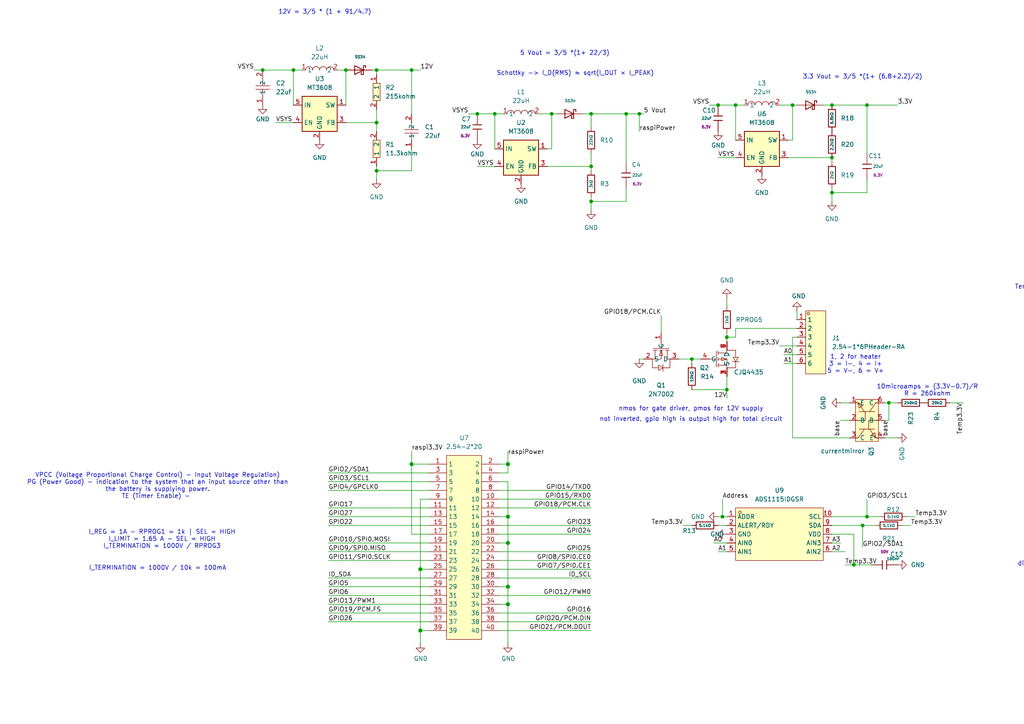
<source format=kicad_sch>
(kicad_sch (version 20250114) (generator "eeschema") (generator_version "9.0")
  (paper "A4")
  (lib_symbols
    (symbol "PCM_JLCPCB-Capacitors:0603,100nF" (pin_numbers (hide yes)) (pin_names (offset 0))
      (property "Reference" "C" (at 2.032 1.668 0))
      (property "Value" "100nF" (at 2.032 -0.3782 0))
      (property "Voltage Rated" "50V" (at 2.032 -2.0462 0))
      (symbol "0603,100nF_1_1"
        (pin passive line (at 0 3.81 270) (length 3.175) (name "~") (number "1"))
        (pin passive line (at 0 -3.81 90) (length 3.175) (name "~") (number "2"))
      )
    )
    (symbol "PCM_JLCPCB-Capacitors:0603,10uF" (pin_numbers (hide yes)) (pin_names (offset 0))
      (property "Reference" "C" (at 2.032 1.668 0))
      (property "Value" "10uF" (at 2.032 -0.3782 0))
      (property "Voltage Rated" "10V" (at 2.032 -2.0462 0))
      (symbol "0603,10uF_1_1"
        (pin passive line (at 0 3.81 270) (length 3.175) (name "~") (number "1"))
        (pin passive line (at 0 -3.81 90) (length 3.175) (name "~") (number "2"))
      )
    )
    (symbol "PCM_JLCPCB-Capacitors:0603,1uF" (pin_numbers (hide yes)) (pin_names (offset 0))
      (property "Reference" "C" (at 2.032 1.668 0))
      (property "Value" "1uF" (at 2.032 -0.3782 0))
      (property "Voltage Rated" "50V" (at 2.032 -2.0462 0))
      (symbol "0603,1uF_1_1"
        (pin passive line (at 0 3.81 270) (length 3.175) (name "~") (number "1"))
        (pin passive line (at 0 -3.81 90) (length 3.175) (name "~") (number "2"))
      )
    )
    (symbol "PCM_JLCPCB-Capacitors:0603,22uF" (pin_numbers (hide yes)) (pin_names (offset 0))
      (property "Reference" "C" (at 2.032 1.668 0))
      (property "Value" "22uF" (at 2.032 -0.3782 0))
      (property "Voltage Rated" "6.3V" (at 2.032 -2.0462 0))
      (symbol "0603,22uF_1_1"
        (pin passive line (at 0 3.81 270) (length 3.175) (name "~") (number "1"))
        (pin passive line (at 0 -3.81 90) (length 3.175) (name "~") (number "2"))
      )
    )
    (symbol "PCM_JLCPCB-Capacitors:0603,4.7uF" (pin_numbers (hide yes)) (pin_names (offset 0))
      (property "Reference" "C" (at 2.032 1.668 0))
      (property "Value" "4.7uF" (at 2.032 -0.3782 0))
      (property "Voltage Rated" "16V" (at 2.032 -2.0462 0))
      (symbol "0603,4.7uF_1_1"
        (pin passive line (at 0 3.81 270) (length 3.175) (name "~") (number "1"))
        (pin passive line (at 0 -3.81 90) (length 3.175) (name "~") (number "2"))
      )
    )
    (symbol "PCM_JLCPCB-Capacitors:0603,47nF" (pin_numbers (hide yes)) (pin_names (offset 0))
      (property "Reference" "C" (at 2.032 1.668 0))
      (property "Value" "47nF" (at 2.032 -0.3782 0))
      (property "Voltage Rated" "50V" (at 2.032 -2.0462 0))
      (symbol "0603,47nF_1_1"
        (pin passive line (at 0 3.81 270) (length 3.175) (name "~") (number "1"))
        (pin passive line (at 0 -3.81 90) (length 3.175) (name "~") (number "2"))
      )
    )
    (symbol "PCM_JLCPCB-Diodes:LED,0805,Green" (pin_numbers (hide yes)) (pin_names (offset 0))
      (property "Reference" "D" (at 2.032 0.834 0))
      (property "Value" "Green" (at 2.032 -1.2122 0))
      (symbol "LED,0805,Green_1_1"
        (pin passive line (at 0 3.81 270) (length 3.81) (name "~") (number "2"))
        (pin passive line (at 0 -3.81 90) (length 3.81) (name "~") (number "1"))
      )
    )
    (symbol "PCM_JLCPCB-Diodes:LED,0805,Red" (pin_numbers (hide yes)) (pin_names (offset 0))
      (property "Reference" "D" (at 2.032 0.834 0))
      (property "Value" "Red" (at 2.032 -1.2122 0))
      (symbol "LED,0805,Red_1_1"
        (pin passive line (at 0 3.81 270) (length 3.81) (name "~") (number "2"))
        (pin passive line (at 0 -3.81 90) (length 3.81) (name "~") (number "1"))
      )
    )
    (symbol "PCM_JLCPCB-Diodes:Schottky,SS34" (pin_numbers (hide yes)) (pin_names (offset 0))
      (property "Reference" "D" (at 2.032 0.834 0))
      (property "Value" "SS34" (at 2.032 -1.2122 0))
      (symbol "Schottky,SS34_1_1"
        (pin passive line (at 0 3.81 270) (length 3.81) (name "~") (number "2"))
        (pin passive line (at 0 -3.81 90) (length 3.81) (name "~") (number "1"))
      )
    )
    (symbol "PCM_JLCPCB-Resistors:0603,10kΩ" (pin_numbers (hide yes)) (pin_names (offset 0))
      (property "Reference" "R" (at 1.778 0 0))
      (property "Value" "10kΩ" (at 0 0 90))
      (symbol "0603,10kΩ_1_1"
        (pin passive line (at 0 3.81 270) (length 1.27) (name "~") (number "1"))
        (pin passive line (at 0 -3.81 90) (length 1.27) (name "~") (number "2"))
      )
    )
    (symbol "PCM_JLCPCB-Resistors:0603,150Ω" (pin_numbers (hide yes)) (pin_names (offset 0))
      (property "Reference" "R" (at 1.778 0 0))
      (property "Value" "150Ω" (at 0 0 90))
      (symbol "0603,150Ω_1_1"
        (pin passive line (at 0 3.81 270) (length 1.27) (name "~") (number "1"))
        (pin passive line (at 0 -3.81 90) (length 1.27) (name "~") (number "2"))
      )
    )
    (symbol "PCM_JLCPCB-Resistors:0603,1kΩ" (pin_numbers (hide yes)) (pin_names (offset 0))
      (property "Reference" "R" (at 1.778 0 0))
      (property "Value" "1kΩ" (at 0 0 90))
      (symbol "0603,1kΩ_1_1"
        (pin passive line (at 0 3.81 270) (length 1.27) (name "~") (number "1"))
        (pin passive line (at 0 -3.81 90) (length 1.27) (name "~") (number "2"))
      )
    )
    (symbol "PCM_JLCPCB-Resistors:0603,2.2kΩ" (pin_numbers (hide yes)) (pin_names (offset 0))
      (property "Reference" "R" (at 1.778 0 0))
      (property "Value" "2.2kΩ" (at 0 0 90))
      (symbol "0603,2.2kΩ_1_1"
        (pin passive line (at 0 3.81 270) (length 1.27) (name "~") (number "1"))
        (pin passive line (at 0 -3.81 90) (length 1.27) (name "~") (number "2"))
      )
    )
    (symbol "PCM_JLCPCB-Resistors:0603,20kΩ" (pin_numbers (hide yes)) (pin_names (offset 0))
      (property "Reference" "R" (at 1.778 0 0))
      (property "Value" "20kΩ" (at 0 0 90))
      (symbol "0603,20kΩ_1_1"
        (pin passive line (at 0 3.81 270) (length 1.27) (name "~") (number "1"))
        (pin passive line (at 0 -3.81 90) (length 1.27) (name "~") (number "2"))
      )
    )
    (symbol "PCM_JLCPCB-Resistors:0603,22kΩ" (pin_numbers (hide yes)) (pin_names (offset 0))
      (property "Reference" "R" (at 1.778 0 0))
      (property "Value" "22kΩ" (at 0 0 90))
      (symbol "0603,22kΩ_1_1"
        (pin passive line (at 0 3.81 270) (length 1.27) (name "~") (number "1"))
        (pin passive line (at 0 -3.81 90) (length 1.27) (name "~") (number "2"))
      )
    )
    (symbol "PCM_JLCPCB-Resistors:0603,240kΩ" (pin_numbers (hide yes)) (pin_names (offset 0))
      (property "Reference" "R" (at 1.778 0 0))
      (property "Value" "240kΩ" (at 0 0 90))
      (symbol "0603,240kΩ_1_1"
        (pin passive line (at 0 3.81 270) (length 1.27) (name "~") (number "1"))
        (pin passive line (at 0 -3.81 90) (length 1.27) (name "~") (number "2"))
      )
    )
    (symbol "PCM_JLCPCB-Resistors:0603,240Ω" (pin_numbers (hide yes)) (pin_names (offset 0))
      (property "Reference" "R" (at 1.778 0 0))
      (property "Value" "240Ω" (at 0 0 90))
      (symbol "0603,240Ω_1_1"
        (pin passive line (at 0 3.81 270) (length 1.27) (name "~") (number "1"))
        (pin passive line (at 0 -3.81 90) (length 1.27) (name "~") (number "2"))
      )
    )
    (symbol "PCM_JLCPCB-Resistors:0603,3kΩ" (pin_numbers (hide yes)) (pin_names (offset 0))
      (property "Reference" "R" (at 1.778 0 0))
      (property "Value" "3kΩ" (at 0 0 90))
      (symbol "0603,3kΩ_1_1"
        (pin passive line (at 0 3.81 270) (length 1.27) (name "~") (number "1"))
        (pin passive line (at 0 -3.81 90) (length 1.27) (name "~") (number "2"))
      )
    )
    (symbol "PCM_JLCPCB-Resistors:0603,5.1kΩ" (pin_numbers (hide yes)) (pin_names (offset 0))
      (property "Reference" "R" (at 1.778 0 0))
      (property "Value" "5.1kΩ" (at 0 0 90))
      (symbol "0603,5.1kΩ_1_1"
        (pin passive line (at 0 3.81 270) (length 1.27) (name "~") (number "1"))
        (pin passive line (at 0 -3.81 90) (length 1.27) (name "~") (number "2"))
      )
    )
    (symbol "Regulator_Switching:MT3608"
      (property "Reference" "U" (at -2.54 8.89 0))
      (property "Value" "MT3608" (at -3.81 6.35 0))
      (symbol "MT3608_1_1"
        (pin power_in line (at -7.62 2.54 0) (length 2.54) (name "IN") (number "5"))
        (pin input line (at -7.62 -2.54 0) (length 2.54) (name "EN") (number "4"))
        (pin power_in line (at 0 -7.62 90) (length 2.54) (name "GND") (number "2"))
        (pin no_connect line (at 5.08 0 180) (length 2.54) (hide yes) (name "NC") (number "6"))
        (pin passive line (at 7.62 2.54 180) (length 2.54) (name "SW") (number "1"))
        (pin input line (at 7.62 -2.54 180) (length 2.54) (name "FB") (number "3"))
      )
    )
    (symbol "easyeda2kicad:0402WGF2153TCE"
      (property "Reference" "R" (at 0 5.08 0))
      (property "Value" "0402WGF2153TCE" (at 0 -5.08 0))
      (symbol "0402WGF2153TCE_0_1"
        (pin input line (at -5.08 0 0) (length 2.54) (name "1") (number "1"))
        (pin input line (at 5.08 0 180) (length 2.54) (name "2") (number "2"))
      )
    )
    (symbol "easyeda2kicad:0603WAF5231T5E"
      (property "Reference" "R" (at 0 5.08 0))
      (property "Value" "0603WAF5231T5E" (at 0 -5.08 0))
      (symbol "0603WAF5231T5E_0_1"
        (pin input line (at -5.08 0 0) (length 2.54) (name "1") (number "1"))
        (pin input line (at 5.08 0 180) (length 2.54) (name "2") (number "2"))
      )
    )
    (symbol "easyeda2kicad:1206W4F1132T5E"
      (property "Reference" "R" (at 0 5.08 0))
      (property "Value" "1206W4F1132T5E" (at 0 -5.08 0))
      (symbol "1206W4F1132T5E_0_1"
        (pin input line (at -5.08 0 0) (length 2.54) (name "1") (number "1"))
        (pin input line (at 5.08 0 180) (length 2.54) (name "2") (number "2"))
      )
    )
    (symbol "easyeda2kicad:2.54-1*6PHeader-RA"
      (property "Reference" "J" (at 0 12.7 0))
      (property "Value" "2.54-1*6PHeader-RA" (at 0 -10.16 0))
      (symbol "2.54-1*6PHeader-RA_0_1"
        (pin unspecified line (at -5.08 7.62 0) (length 2.54) (name "1") (number "1"))
        (pin unspecified line (at -5.08 5.08 0) (length 2.54) (name "2") (number "2"))
        (pin unspecified line (at -5.08 2.54 0) (length 2.54) (name "3") (number "3"))
        (pin unspecified line (at -5.08 0 0) (length 2.54) (name "4") (number "4"))
        (pin unspecified line (at -5.08 -2.54 0) (length 2.54) (name "5") (number "5"))
        (pin unspecified line (at -5.08 -5.08 0) (length 2.54) (name "6") (number "6"))
      )
    )
    (symbol "easyeda2kicad:2.54-2*20"
      (property "Reference" "U" (at 0 30.48 0))
      (property "Value" "2.54-2*20" (at 0 -27.94 0))
      (symbol "2.54-2*20_0_1"
        (pin unspecified line (at -10.16 25.4 0) (length 5.08) (name "1") (number "1"))
        (pin unspecified line (at -10.16 22.86 0) (length 5.08) (name "3") (number "3"))
        (pin unspecified line (at -10.16 20.32 0) (length 5.08) (name "5") (number "5"))
        (pin unspecified line (at -10.16 17.78 0) (length 5.08) (name "7") (number "7"))
        (pin unspecified line (at -10.16 15.24 0) (length 5.08) (name "9") (number "9"))
        (pin unspecified line (at -10.16 12.7 0) (length 5.08) (name "11") (number "11"))
        (pin unspecified line (at -10.16 10.16 0) (length 5.08) (name "13") (number "13"))
        (pin unspecified line (at -10.16 7.62 0) (length 5.08) (name "15") (number "15"))
        (pin unspecified line (at -10.16 5.08 0) (length 5.08) (name "17") (number "17"))
        (pin unspecified line (at -10.16 2.54 0) (length 5.08) (name "19") (number "19"))
        (pin unspecified line (at -10.16 0 0) (length 5.08) (name "21") (number "21"))
        (pin unspecified line (at -10.16 -2.54 0) (length 5.08) (name "23") (number "23"))
        (pin unspecified line (at -10.16 -5.08 0) (length 5.08) (name "25") (number "25"))
        (pin unspecified line (at -10.16 -7.62 0) (length 5.08) (name "27") (number "27"))
        (pin unspecified line (at -10.16 -10.16 0) (length 5.08) (name "29") (number "29"))
        (pin unspecified line (at -10.16 -12.7 0) (length 5.08) (name "31") (number "31"))
        (pin unspecified line (at -10.16 -15.24 0) (length 5.08) (name "33") (number "33"))
        (pin unspecified line (at -10.16 -17.78 0) (length 5.08) (name "35") (number "35"))
        (pin unspecified line (at -10.16 -20.32 0) (length 5.08) (name "37") (number "37"))
        (pin unspecified line (at -10.16 -22.86 0) (length 5.08) (name "39") (number "39"))
        (pin unspecified line (at 10.16 25.4 180) (length 5.08) (name "2") (number "2"))
        (pin unspecified line (at 10.16 22.86 180) (length 5.08) (name "4") (number "4"))
        (pin unspecified line (at 10.16 20.32 180) (length 5.08) (name "6") (number "6"))
        (pin unspecified line (at 10.16 17.78 180) (length 5.08) (name "8") (number "8"))
        (pin unspecified line (at 10.16 15.24 180) (length 5.08) (name "10") (number "10"))
        (pin unspecified line (at 10.16 12.7 180) (length 5.08) (name "12") (number "12"))
        (pin unspecified line (at 10.16 10.16 180) (length 5.08) (name "14") (number "14"))
        (pin unspecified line (at 10.16 7.62 180) (length 5.08) (name "16") (number "16"))
        (pin unspecified line (at 10.16 5.08 180) (length 5.08) (name "18") (number "18"))
        (pin unspecified line (at 10.16 2.54 180) (length 5.08) (name "20") (number "20"))
        (pin unspecified line (at 10.16 0 180) (length 5.08) (name "22") (number "22"))
        (pin unspecified line (at 10.16 -2.54 180) (length 5.08) (name "24") (number "24"))
        (pin unspecified line (at 10.16 -5.08 180) (length 5.08) (name "26") (number "26"))
        (pin unspecified line (at 10.16 -7.62 180) (length 5.08) (name "28") (number "28"))
        (pin unspecified line (at 10.16 -10.16 180) (length 5.08) (name "30") (number "30"))
        (pin unspecified line (at 10.16 -12.7 180) (length 5.08) (name "32") (number "32"))
        (pin unspecified line (at 10.16 -15.24 180) (length 5.08) (name "34") (number "34"))
        (pin unspecified line (at 10.16 -17.78 180) (length 5.08) (name "36") (number "36"))
        (pin unspecified line (at 10.16 -20.32 180) (length 5.08) (name "38") (number "38"))
        (pin unspecified line (at 10.16 -22.86 180) (length 5.08) (name "40") (number "40"))
      )
    )
    (symbol "easyeda2kicad:2N7002"
      (property "Reference" "Q" (at 0 10.16 0))
      (property "Value" "2N7002" (at 0 -10.16 0))
      (symbol "2N7002_0_1"
        (pin unspecified line (at -5.08 0 0) (length 2.54) (name "G") (number "1"))
        (pin unspecified line (at 2.54 5.08 270) (length 2.54) (name "D") (number "3"))
        (pin unspecified line (at 2.54 -5.08 90) (length 2.54) (name "S") (number "2"))
      )
    )
    (symbol "easyeda2kicad:ADS1115IDGSR"
      (property "Reference" "U" (at 0 10.16 0))
      (property "Value" "ADS1115IDGSR" (at 0 -10.16 0))
      (symbol "ADS1115IDGSR_0_1"
        (pin unspecified line (at -15.24 5.08 0) (length 2.54) (name "ADDR") (number "1"))
        (pin unspecified line (at -15.24 2.54 0) (length 2.54) (name "ALERT/RDY") (number "2"))
        (pin unspecified line (at -15.24 0 0) (length 2.54) (name "GND") (number "3"))
        (pin unspecified line (at -15.24 -2.54 0) (length 2.54) (name "AIN0") (number "4"))
        (pin unspecified line (at -15.24 -5.08 0) (length 2.54) (name "AIN1") (number "5"))
        (pin unspecified line (at 15.24 5.08 180) (length 2.54) (name "SCL") (number "10"))
        (pin unspecified line (at 15.24 2.54 180) (length 2.54) (name "SDA") (number "9"))
        (pin unspecified line (at 15.24 0 180) (length 2.54) (name "VDD") (number "8"))
        (pin unspecified line (at 15.24 -2.54 180) (length 2.54) (name "AIN3") (number "7"))
        (pin unspecified line (at 15.24 -5.08 180) (length 2.54) (name "AIN2") (number "6"))
      )
    )
    (symbol "easyeda2kicad:BC847BS_C41375126"
      (property "Reference" "Q" (at 0 10.16 0))
      (property "Value" "BC847BS_C41375126" (at 0 -10.16 0))
      (symbol "BC847BS_C41375126_0_1"
        (pin input line (at -5.08 5.08 270) (length 2.54) (name "C") (number "6"))
        (pin input line (at -5.08 -5.08 90) (length 2.54) (name "E") (number "1"))
        (pin input line (at 0 5.08 270) (length 2.54) (name "B") (number "5"))
        (pin input line (at 0 -5.08 90) (length 2.54) (name "B") (number "2"))
        (pin input line (at 5.08 5.08 270) (length 2.54) (name "E") (number "4"))
        (pin input line (at 5.08 -5.08 90) (length 2.54) (name "C") (number "3"))
      )
    )
    (symbol "easyeda2kicad:BQ25606RGER"
      (property "Reference" "U" (at 0 20.32 0))
      (property "Value" "BQ25606RGER" (at 0 -20.32 0))
      (symbol "BQ25606RGER_0_1"
        (pin unspecified line (at -11.43 12.7 0) (length 2.54) (name "VAC") (number "1"))
        (pin unspecified line (at -11.43 10.16 0) (length 2.54) (name "NC") (number "2"))
        (pin unspecified line (at -11.43 7.62 0) (length 2.54) (name "D+") (number "3"))
        (pin unspecified line (at -11.43 5.08 0) (length 2.54) (name "D-") (number "4"))
        (pin unspecified line (at -11.43 2.54 0) (length 2.54) (name "STAT") (number "5"))
        (pin unspecified line (at -11.43 0 0) (length 2.54) (name "OTG") (number "6"))
        (pin unspecified line (at -11.43 -2.54 0) (length 2.54) (name "~{PG}") (number "7"))
        (pin unspecified line (at -11.43 -5.08 0) (length 2.54) (name "ILIM") (number "8"))
        (pin unspecified line (at -11.43 -7.62 0) (length 2.54) (name "~{CE}") (number "9"))
        (pin unspecified line (at -11.43 -10.16 0) (length 2.54) (name "ICHG") (number "10"))
        (pin unspecified line (at -11.43 -12.7 0) (length 2.54) (name "TS") (number "11"))
        (pin unspecified line (at -11.43 -15.24 0) (length 2.54) (name "VSET") (number "12"))
        (pin unspecified line (at 11.43 15.24 180) (length 2.54) (name "EP") (number "25"))
        (pin unspecified line (at 11.43 12.7 180) (length 2.54) (name "VBUS") (number "24"))
        (pin unspecified line (at 11.43 10.16 180) (length 2.54) (name "PMID") (number "23"))
        (pin unspecified line (at 11.43 7.62 180) (length 2.54) (name "REGN") (number "22"))
        (pin unspecified line (at 11.43 5.08 180) (length 2.54) (name "BTST") (number "21"))
        (pin unspecified line (at 11.43 2.54 180) (length 2.54) (name "SW") (number "20"))
        (pin unspecified line (at 11.43 0 180) (length 2.54) (name "SW") (number "19"))
        (pin unspecified line (at 11.43 -2.54 180) (length 2.54) (name "GND") (number "18"))
        (pin unspecified line (at 11.43 -5.08 180) (length 2.54) (name "GND") (number "17"))
        (pin unspecified line (at 11.43 -7.62 180) (length 2.54) (name "SYS") (number "16"))
        (pin unspecified line (at 11.43 -10.16 180) (length 2.54) (name "SYS") (number "15"))
        (pin unspecified line (at 11.43 -12.7 180) (length 2.54) (name "BAT") (number "14"))
        (pin unspecified line (at 11.43 -15.24 180) (length 2.54) (name "BAT") (number "13"))
      )
    )
    (symbol "easyeda2kicad:CJQ4435"
      (property "Reference" "Q" (at 0 10.16 0))
      (property "Value" "CJQ4435" (at 0 -10.16 0))
      (symbol "CJQ4435_0_1"
        (pin unspecified line (at -5.08 0 0) (length 2.54) (name "G") (number "4"))
        (pin unspecified line (at 2.54 5.08 270) (length 2.54) (name "D") (number "5"))
        (pin unspecified line (at 2.54 5.08 270) (length 2.54) (name "D") (number "6"))
        (pin unspecified line (at 2.54 5.08 270) (length 2.54) (name "D") (number "7"))
        (pin unspecified line (at 2.54 5.08 270) (length 2.54) (name "D") (number "8"))
        (pin unspecified line (at 2.54 -5.08 90) (length 2.54) (name "S") (number "1"))
        (pin unspecified line (at 2.54 -5.08 90) (length 2.54) (name "S") (number "2"))
        (pin unspecified line (at 2.54 -5.08 90) (length 2.54) (name "S") (number "3"))
      )
    )
    (symbol "easyeda2kicad:CL21A226MAQNNNE"
      (property "Reference" "C" (at 0 5.08 0))
      (property "Value" "CL21A226MAQNNNE" (at 0 -5.08 0))
      (symbol "CL21A226MAQNNNE_0_1"
        (pin unspecified line (at -5.08 0 0) (length 2.54) (name "1") (number "1"))
        (pin unspecified line (at 5.08 0 180) (length 2.54) (name "2") (number "2"))
      )
    )
    (symbol "easyeda2kicad:CYH74-22UH"
      (property "Reference" "L" (at 0 5.08 0))
      (property "Value" "CYH74-22UH" (at 0 -5.08 0))
      (symbol "CYH74-22UH_0_1"
        (pin unspecified line (at -5.08 0 0) (length 1.016) (name "1") (number "1"))
        (pin unspecified line (at 5.08 0 180) (length 1.016) (name "2") (number "2"))
      )
    )
    (symbol "easyeda2kicad:DS1037-15FNAKT74-0CC"
      (property "Reference" "DSub" (at 0 25.4 0))
      (property "Value" "DS1037-15FNAKT74-0CC" (at 0 -25.4 0))
      (symbol "DS1037-15FNAKT74-0CC_0_1"
        (pin input line (at -5.08 20.32 0) (length 5.08) (name "17") (number "17"))
        (pin input line (at -5.08 17.78 0) (length 5.08) (name "1") (number "1"))
        (pin input line (at -5.08 15.24 0) (length 5.08) (name "9") (number "9"))
        (pin input line (at -5.08 12.7 0) (length 5.08) (name "2") (number "2"))
        (pin input line (at -5.08 10.16 0) (length 5.08) (name "10") (number "10"))
        (pin input line (at -5.08 7.62 0) (length 5.08) (name "3") (number "3"))
        (pin input line (at -5.08 5.08 0) (length 5.08) (name "11") (number "11"))
        (pin input line (at -5.08 2.54 0) (length 5.08) (name "4") (number "4"))
        (pin input line (at -5.08 0 0) (length 5.08) (name "12") (number "12"))
        (pin input line (at -5.08 -2.54 0) (length 5.08) (name "5") (number "5"))
        (pin input line (at -5.08 -5.08 0) (length 5.08) (name "13") (number "13"))
        (pin input line (at -5.08 -7.62 0) (length 5.08) (name "6") (number "6"))
        (pin input line (at -5.08 -10.16 0) (length 5.08) (name "14") (number "14"))
        (pin input line (at -5.08 -12.7 0) (length 5.08) (name "7") (number "7"))
        (pin input line (at -5.08 -15.24 0) (length 5.08) (name "15") (number "15"))
        (pin input line (at -5.08 -17.78 0) (length 5.08) (name "8") (number "8"))
        (pin input line (at -5.08 -20.32 0) (length 5.08) (name "16") (number "16"))
      )
    )
    (symbol "easyeda2kicad:MAX17048G+T10"
      (property "Reference" "U" (at 0 10.16 0))
      (property "Value" "MAX17048G+T10" (at 0 -10.16 0))
      (symbol "MAX17048G+T10_0_1"
        (pin unspecified line (at -12.7 2.54 0) (length 2.54) (name "CTG") (number "1"))
        (pin unspecified line (at -12.7 0 0) (length 2.54) (name "CELL") (number "2"))
        (pin unspecified line (at -12.7 -2.54 0) (length 2.54) (name "VDD") (number "3"))
        (pin unspecified line (at -12.7 -5.08 0) (length 2.54) (name "GND") (number "4"))
        (pin unspecified line (at 12.7 5.08 180) (length 2.54) (name "EP") (number "9"))
        (pin unspecified line (at 12.7 2.54 180) (length 2.54) (name "SDA") (number "8"))
        (pin unspecified line (at 12.7 0 180) (length 2.54) (name "SCL") (number "7"))
        (pin unspecified line (at 12.7 -2.54 180) (length 2.54) (name "QSTRT") (number "6"))
        (pin unspecified line (at 12.7 -5.08 180) (length 2.54) (name "~{ALRT}") (number "5"))
      )
    )
    (symbol "easyeda2kicad:MAX3232CDBR"
      (property "Reference" "U" (at 0 20.32 0))
      (property "Value" "MAX3232CDBR" (at 0 -20.32 0))
      (symbol "MAX3232CDBR_0_1"
        (pin unspecified line (at -15.24 15.24 0) (length 5.08) (name "DIN1") (number "11"))
        (pin output line (at -15.24 12.7 0) (length 5.08) (name "ROUT1") (number "12"))
        (pin unspecified line (at -15.24 7.62 0) (length 5.08) (name "DIN2") (number "10"))
        (pin output line (at -15.24 5.08 0) (length 5.08) (name "ROUT2") (number "9"))
        (pin unspecified line (at -15.24 0 0) (length 5.08) (name "C1+") (number "1"))
        (pin unspecified line (at -15.24 -5.08 0) (length 5.08) (name "C1-") (number "3"))
        (pin power_in line (at -15.24 -10.16 0) (length 5.08) (name "V+") (number "2"))
        (pin power_in line (at -15.24 -15.24 0) (length 5.08) (name "VCC") (number "16"))
        (pin output line (at 15.24 15.24 180) (length 5.08) (name "DOUT1") (number "14"))
        (pin unspecified line (at 15.24 12.7 180) (length 5.08) (name "RIN1") (number "13"))
        (pin output line (at 15.24 7.62 180) (length 5.08) (name "DOUT2") (number "7"))
        (pin unspecified line (at 15.24 5.08 180) (length 5.08) (name "RIN2") (number "8"))
        (pin unspecified line (at 15.24 0 180) (length 5.08) (name "C2+") (number "4"))
        (pin unspecified line (at 15.24 -5.08 180) (length 5.08) (name "C2-") (number "5"))
        (pin power_in line (at 15.24 -10.16 180) (length 5.08) (name "V-") (number "6"))
        (pin power_in line (at 15.24 -15.24 180) (length 5.08) (name "GND") (number "15"))
      )
    )
    (symbol "easyeda2kicad:RC0603FR-0730K1L"
      (property "Reference" "R" (at 0 5.08 0))
      (property "Value" "RC0603FR-0730K1L" (at 0 -5.08 0))
      (symbol "RC0603FR-0730K1L_0_1"
        (pin input line (at -5.08 0 0) (length 2.54) (name "1") (number "1"))
        (pin input line (at 5.08 0 180) (length 2.54) (name "2") (number "2"))
      )
    )
    (symbol "easyeda2kicad:S2B-PH-K-S-GW"
      (property "Reference" "U" (at 0 6.35 0))
      (property "Value" "S2B-PH-K-S-GW" (at 0 -6.35 0))
      (symbol "S2B-PH-K-S-GW_0_1"
        (pin unspecified line (at -5.08 1.27 0) (length 2.54) (name "1") (number "1"))
        (pin unspecified line (at -5.08 -1.27 0) (length 2.54) (name "2") (number "2"))
      )
    )
    (symbol "easyeda2kicad:SDFL2012Q1R0KTF"
      (property "Reference" "L" (at 0 5.08 0))
      (property "Value" "SDFL2012Q1R0KTF" (at 0 -5.08 0))
      (symbol "SDFL2012Q1R0KTF_0_1"
        (pin unspecified line (at -5.08 0 0) (length 0.762) (name "1") (number "1"))
        (pin unspecified line (at 5.08 0 180) (length 0.762) (name "2") (number "2"))
      )
    )
    (symbol "easyeda2kicad:TYPE-C-31-M-12"
      (property "Reference" "USBC" (at 0 19.05 0))
      (property "Value" "TYPE-C-31-M-12" (at 0 -19.05 0))
      (symbol "TYPE-C-31-M-12_0_1"
        (pin unspecified line (at -8.89 13.97 0) (length 2.54) (name "GND") (number "A1B12"))
        (pin unspecified line (at -8.89 11.43 0) (length 2.54) (name "VBUS") (number "A4B9"))
        (pin unspecified line (at -8.89 8.89 0) (length 2.54) (name "SBU2") (number "B8"))
        (pin unspecified line (at -8.89 6.35 0) (length 2.54) (name "CC1") (number "A5"))
        (pin unspecified line (at -8.89 3.81 0) (length 2.54) (name "DN2") (number "B7"))
        (pin unspecified line (at -8.89 1.27 0) (length 2.54) (name "DP1") (number "A6"))
        (pin unspecified line (at -8.89 -1.27 0) (length 2.54) (name "DN1") (number "A7"))
        (pin unspecified line (at -8.89 -3.81 0) (length 2.54) (name "DP2") (number "B6"))
        (pin unspecified line (at -8.89 -6.35 0) (length 2.54) (name "SBU1") (number "A8"))
        (pin unspecified line (at -8.89 -8.89 0) (length 2.54) (name "CC2") (number "B5"))
        (pin unspecified line (at -8.89 -11.43 0) (length 2.54) (name "VBUS") (number "B4A9"))
        (pin unspecified line (at -8.89 -13.97 0) (length 2.54) (name "GND") (number "B1A12"))
        (pin unspecified line (at 8.89 -6.35 180) (length 2.54) (name "EH") (number "4"))
        (pin unspecified line (at 8.89 -8.89 180) (length 2.54) (name "EH") (number "3"))
        (pin unspecified line (at 8.89 -11.43 180) (length 2.54) (name "EH") (number "2"))
        (pin unspecified line (at 8.89 -13.97 180) (length 2.54) (name "EH") (number "1"))
      )
    )
    (symbol "power:GND" (power) (pin_numbers (hide yes)) (pin_names (offset 0) (hide yes))
      (property "Value" "GND" (at 0 -3.81 0))
      (symbol "GND_1_1"
        (pin power_in line (at 0 0 270) (length 0) (name "~") (number "1"))
      )
    )
  )
  (text "did i switch tx,rx?" (at 304.038 163.576 0) (effects (font (size 1.27 1.27))))
  (text "nmos for gate driver, pmos for 12V supply" (at 200.406 118.618 0) (effects (font (size 1.27 1.27))))
  (text "1, 2 for heater\n3 = I-, 4 = I+\n5 = V-, 6 = V+" (at 248.158 105.664 0) (effects (font (size 1.27 1.27))))
  (text "I_REG = 1A - RPROG1 = 1k | SEL = HIGH\nI_LIMIT = 1.65 A - SEL = HIGH\nI_TERMINATION = 1000V / RPROG3\n" (at 46.99 156.464 0) (effects (font (size 1.27 1.27))))
  (text "12V = 3/5 * (1 + 91/4.7)\n" (at 94.234 3.556 0) (effects (font (size 1.27 1.27))))
  (text "Temp3.3V is controlled by GPIO24, will power adc, tempsensor when needed\n\n\n" (at 331.724 85.344 0) (effects (font (size 1.27 1.27))))
  (text "3.3 Vout = 3/5 *(1+ (6.8+2.2)/2)" (at 250.19 22.352 0) (effects (font (size 1.27 1.27))))
  (text "5 Vout = 3/5 *(1+ 22/3)" (at 163.83 15.494 0) (effects (font (size 1.27 1.27))))
  (text "VPCC (Voltage Proportional Charge Control) - Input Voltage Regulation)\nPG (Power Good) - indication to the system that an input source other than\nthe battery is supplying power.\nTE (Timer Enable) - \n" (at 45.72 140.97 0) (effects (font (size 1.27 1.27))))
  (text "Schottky -> I_D(RMS) ≈ sqrt(I_OUT × I_PEAK)\n\n" (at 166.878 22.352 0) (effects (font (size 1.27 1.27))))
  (text "VSET floating\n for 4.2V charging" (at -95.504 77.724 0) (effects (font (size 1.27 1.27))))
  (text "if PG (green) on, good voltage\nif STAT (red) on, charging" (at -158.496 53.086 0) (effects (font (size 1.27 1.27))))
  (text "I_TERMINATION = 1000V / 10k = 100mA\n" (at 45.72 164.846 0) (effects (font (size 1.27 1.27))))
  (text "10microamps = (3.3V-0.7)/R\nR = 260kohm" (at 268.986 113.284 0) (effects (font (size 1.27 1.27))))
  (text "Vout = Vref * (1 + R1 / R2)" (at 95.758 -8.128 0) (effects (font (size 1.27 1.27))))
  (text "turn on/off vacuum power with gpio23\n" (at 399.288 133.35 0) (effects (font (size 1.27 1.27))))
  (text "LEDS now turn on with battery or usb c" (at -156.972 61.722 0) (effects (font (size 1.27 1.27))))
  (text "not inverted, gpio high is output high for total circuit\n" (at 200.406 121.666 0) (effects (font (size 1.27 1.27))))
  (text "Vref = 3/5 V " (at 94.488 -3.81 0) (effects (font (size 1.27 1.27))))
  (junction (at -73.66 69.85))
  (junction (at -74.93 64.77))
  (junction (at 210.82 97.79))
  (junction (at 171.45 58.42))
  (junction (at 406.4 171.45))
  (junction (at 100.33 20.32))
  (junction (at 119.38 134.62) (diameter 1.016))
  (junction (at -48.26 19.05))
  (junction (at 250.19 152.4))
  (junction (at 406.4 156.21))
  (junction (at -74.93 54.61))
  (junction (at -134.62 57.15))
  (junction (at 109.22 20.32))
  (junction (at 147.32 149.86) (diameter 1.016))
  (junction (at 241.3 30.48))
  (junction (at 229.87 30.48))
  (junction (at -69.85 54.61))
  (junction (at 109.22 49.53))
  (junction (at -74.93 24.13))
  (junction (at 396.24 162.56))
  (junction (at 147.32 175.26) (diameter 1.016))
  (junction (at 241.3 45.72))
  (junction (at -74.93 59.69))
  (junction (at -48.26 21.59))
  (junction (at -110.49 24.13))
  (junction (at 160.02 33.02))
  (junction (at -74.93 69.85))
  (junction (at 241.3 55.88))
  (junction (at 247.65 163.83))
  (junction (at 76.2 20.32))
  (junction (at -101.6 102.87))
  (junction (at -55.88 64.77))
  (junction (at 171.45 33.02))
  (junction (at 209.55 149.86))
  (junction (at 181.61 33.02))
  (junction (at 138.43 33.02))
  (junction (at 210.82 113.03))
  (junction (at 147.32 170.18) (diameter 1.016))
  (junction (at 119.38 20.32))
  (junction (at 316.23 118.11))
  (junction (at 171.45 48.26))
  (junction (at 251.46 149.86))
  (junction (at 257.81 116.84))
  (junction (at 200.66 104.14))
  (junction (at 328.93 105.41))
  (junction (at -55.88 54.61))
  (junction (at 251.46 30.48))
  (junction (at 208.28 30.48))
  (junction (at 85.09 20.32))
  (junction (at -30.48 81.28))
  (junction (at 185.42 33.02))
  (junction (at 147.32 134.62) (diameter 1.016))
  (junction (at 143.51 33.02))
  (junction (at 325.12 181.61))
  (junction (at -102.87 41.91))
  (junction (at -48.26 24.13))
  (junction (at 328.93 118.11))
  (junction (at -120.65 73.66))
  (junction (at 147.32 157.48) (diameter 1.016))
  (junction (at 121.92 165.1) (diameter 1.016))
  (junction (at 109.22 35.56))
  (junction (at 121.92 182.88) (diameter 1.016))
  (junction (at 213.36 30.48))
  (no_connect (at 429.26 187.96))
  (no_connect (at 429.26 170.18))
  (no_connect (at 429.26 162.56))
  (no_connect (at 327.66 156.21))
  (no_connect (at 429.26 182.88))
  (no_connect (at 429.26 185.42))
  (no_connect (at 429.26 175.26))
  (no_connect (at 429.26 152.4))
  (no_connect (at 358.14 158.75))
  (no_connect (at 429.26 147.32))
  (no_connect (at 429.26 177.8))
  (no_connect (at 358.14 156.21))
  (no_connect (at 429.26 167.64))
  (no_connect (at 429.26 172.72))
  (no_connect (at -66.04 19.05))
  (no_connect (at 327.66 158.75))
  (no_connect (at 429.26 157.48))
  (no_connect (at -66.04 3.81))
  (no_connect (at -100.33 44.45))
  (no_connect (at 429.26 180.34))
  (wire (pts (xy 144.78 167.64) (xy 171.45 167.64)))
  (wire (pts (xy 358.14 151.13) (xy 373.38 151.13)))
  (wire (pts (xy 119.38 134.62) (xy 124.46 134.62)))
  (wire (pts (xy 147.32 149.86) (xy 147.32 157.48)))
  (wire (pts (xy -134.62 57.15) (xy -134.62 49.53)))
  (wire (pts (xy -104.14 105.41) (xy -100.33 105.41)))
  (wire (pts (xy 147.32 149.86) (xy 144.78 149.86)))
  (wire (pts (xy 119.38 43.18) (xy 119.38 49.53)))
  (wire (pts (xy -130.81 57.15) (xy -134.62 57.15)))
  (wire (pts (xy 251.46 149.86) (xy 255.27 149.86)))
  (wire (pts (xy 328.93 105.41) (xy 328.93 106.68)))
  (wire (pts (xy 251.46 144.78) (xy 251.46 149.86)))
  (wire (pts (xy 209.55 144.78) (xy 209.55 149.86)))
  (wire (pts (xy -48.26 19.05) (xy -46.99 19.05)))
  (wire (pts (xy 124.46 147.32) (xy 95.25 147.32)))
  (wire (pts (xy 264.16 152.4) (xy 261.62 152.4)))
  (wire (pts (xy 95.25 139.7) (xy 124.46 139.7)))
  (wire (pts (xy -67.31 13.97) (xy -66.04 13.97)))
  (wire (pts (xy -110.49 41.91) (xy -102.87 41.91)))
  (wire (pts (xy 328.93 118.11) (xy 328.93 123.19)))
  (wire (pts (xy 314.96 151.13) (xy 327.66 151.13)))
  (wire (pts (xy 406.4 154.94) (xy 406.4 156.21)))
  (wire (pts (xy 317.5 173.99) (xy 312.42 173.99)))
  (wire (pts (xy 227.33 102.87) (xy 231.14 102.87)))
  (wire (pts (xy 95.25 177.8) (xy 124.46 177.8)))
  (wire (pts (xy 147.32 134.62) (xy 147.32 137.16)))
  (wire (pts (xy 322.58 161.29) (xy 320.04 161.29)))
  (wire (pts (xy 196.85 104.14) (xy 200.66 104.14)))
  (wire (pts (xy -35.56 81.28) (xy -30.48 81.28)))
  (wire (pts (xy -107.95 52.07) (xy -100.33 52.07)))
  (wire (pts (xy -116.84 57.15) (xy -123.19 57.15)))
  (wire (pts (xy 73.66 20.32) (xy 76.2 20.32)))
  (wire (pts (xy 213.36 95.25) (xy 213.36 97.79)))
  (wire (pts (xy 396.24 162.56) (xy 398.78 162.56)))
  (wire (pts (xy 231.14 90.17) (xy 231.14 92.71)))
  (wire (pts (xy 406.4 167.64) (xy 406.4 171.45)))
  (wire (pts (xy 95.25 160.02) (xy 124.46 160.02)))
  (wire (pts (xy 185.42 33.02) (xy 186.69 33.02)))
  (wire (pts (xy 144.78 147.32) (xy 171.45 147.32)))
  (wire (pts (xy 109.22 49.53) (xy 109.22 52.07)))
  (wire (pts (xy 327.66 163.83) (xy 322.58 163.83)))
  (wire (pts (xy 121.92 182.88) (xy 124.46 182.88)))
  (wire (pts (xy 410.21 160.02) (xy 410.21 156.21)))
  (wire (pts (xy 208.28 45.72) (xy 213.36 45.72)))
  (wire (pts (xy 119.38 130.81) (xy 119.38 134.62)))
  (wire (pts (xy -109.22 57.15) (xy -100.33 57.15)))
  (wire (pts (xy -74.93 100.33) (xy -69.85 100.33)))
  (wire (pts (xy 251.46 55.88) (xy 241.3 55.88)))
  (wire (pts (xy 144.78 144.78) (xy 171.45 144.78)))
  (wire (pts (xy -74.93 52.07) (xy -74.93 54.61)))
  (wire (pts (xy 144.78 162.56) (xy 171.45 162.56)))
  (wire (pts (xy 95.25 149.86) (xy 124.46 149.86)))
  (wire (pts (xy -77.47 46.99) (xy -63.5 46.99)))
  (wire (pts (xy -74.93 54.61) (xy -69.85 54.61)))
  (wire (pts (xy 144.78 154.94) (xy 171.45 154.94)))
  (wire (pts (xy 147.32 130.81) (xy 147.32 134.62)))
  (wire (pts (xy -102.87 41.91) (xy -100.33 41.91)))
  (wire (pts (xy 396.24 163.83) (xy 396.24 162.56)))
  (wire (pts (xy 213.36 30.48) (xy 215.9 30.48)))
  (wire (pts (xy 387.35 149.86) (xy 387.35 154.94)))
  (wire (pts (xy 247.65 154.94) (xy 247.65 163.83)))
  (wire (pts (xy 304.8 119.38) (xy 304.8 118.11)))
  (wire (pts (xy -74.93 102.87) (xy -72.39 102.87)))
  (wire (pts (xy 328.93 104.14) (xy 328.93 105.41)))
  (wire (pts (xy 208.28 152.4) (xy 210.82 152.4)))
  (wire (pts (xy 109.22 31.75) (xy 109.22 35.56)))
  (wire (pts (xy 181.61 58.42) (xy 171.45 58.42)))
  (wire (pts (xy 229.87 40.64) (xy 228.6 40.64)))
  (wire (pts (xy 241.3 154.94) (xy 247.65 154.94)))
  (wire (pts (xy 100.33 20.32) (xy 100.33 30.48)))
  (wire (pts (xy -120.65 67.31) (xy -120.65 73.66)))
  (wire (pts (xy 185.42 104.14) (xy 186.69 104.14)))
  (wire (pts (xy -74.93 67.31) (xy -74.93 69.85)))
  (wire (pts (xy 316.23 111.76) (xy 321.31 111.76)))
  (wire (pts (xy -54.61 64.77) (xy -55.88 64.77)))
  (wire (pts (xy 406.4 156.21) (xy 406.4 157.48)))
  (wire (pts (xy -74.93 24.13) (xy -66.04 24.13)))
  (wire (pts (xy 121.92 182.88) (xy 121.92 186.69)))
  (wire (pts (xy 241.3 160.02) (xy 245.11 160.02)))
  (wire (pts (xy 143.51 33.02) (xy 146.05 33.02)))
  (wire (pts (xy -74.93 97.79) (xy -69.85 97.79)))
  (wire (pts (xy 314.96 118.11) (xy 316.23 118.11)))
  (wire (pts (xy 208.28 30.48) (xy 213.36 30.48)))
  (wire (pts (xy 396.24 171.45) (xy 406.4 171.45)))
  (wire (pts (xy 257.81 121.92) (xy 257.81 116.84)))
  (wire (pts (xy 358.14 173.99) (xy 360.68 173.99)))
  (wire (pts (xy 171.45 48.26) (xy 171.45 49.53)))
  (wire (pts (xy 210.82 109.22) (xy 210.82 113.03)))
  (wire (pts (xy 198.12 152.4) (xy 200.66 152.4)))
  (wire (pts (xy 121.92 165.1) (xy 121.92 182.88)))
  (wire (pts (xy 406.4 144.78) (xy 406.4 147.32)))
  (wire (pts (xy 97.79 20.32) (xy 100.33 20.32)))
  (wire (pts (xy 392.43 162.56) (xy 396.24 162.56)))
  (wire (pts (xy -35.56 78.74) (xy -30.48 78.74)))
  (wire (pts (xy -106.68 102.87) (xy -101.6 102.87)))
  (wire (pts (xy -120.65 83.82) (xy -120.65 85.09)))
  (wire (pts (xy -66.04 21.59) (xy -73.66 21.59)))
  (wire (pts (xy 360.68 163.83) (xy 360.68 160.02)))
  (wire (pts (xy 210.82 96.52) (xy 210.82 97.79)))
  (wire (pts (xy 414.02 154.94) (xy 429.26 154.94)))
  (wire (pts (xy 147.32 175.26) (xy 147.32 186.69)))
  (wire (pts (xy 95.25 162.56) (xy 124.46 162.56)))
  (wire (pts (xy 238.76 30.48) (xy 241.3 30.48)))
  (wire (pts (xy 381 162.56) (xy 382.27 162.56)))
  (wire (pts (xy 143.51 33.02) (xy 143.51 43.18)))
  (wire (pts (xy 121.92 144.78) (xy 124.46 144.78)))
  (wire (pts (xy -134.62 57.15) (xy -140.97 57.15)))
  (wire (pts (xy 144.78 182.88) (xy 171.45 182.88)))
  (wire (pts (xy 181.61 54.61) (xy 181.61 58.42)))
  (wire (pts (xy -48.26 24.13) (xy -48.26 26.67)))
  (wire (pts (xy 314.96 148.59) (xy 327.66 148.59)))
  (wire (pts (xy 121.92 165.1) (xy 124.46 165.1)))
  (wire (pts (xy 328.93 116.84) (xy 328.93 118.11)))
  (wire (pts (xy 119.38 154.94) (xy 124.46 154.94)))
  (wire (pts (xy 138.43 33.02) (xy 143.51 33.02)))
  (wire (pts (xy -74.93 57.15) (xy -74.93 59.69)))
  (wire (pts (xy 147.32 175.26) (xy 144.78 175.26)))
  (wire (pts (xy 181.61 33.02) (xy 185.42 33.02)))
  (wire (pts (xy -77.47 54.61) (xy -74.93 54.61)))
  (wire (pts (xy -77.47 69.85) (xy -74.93 69.85)))
  (wire (pts (xy -104.14 62.23) (xy -100.33 62.23)))
  (wire (pts (xy 171.45 58.42) (xy 171.45 60.96)))
  (wire (pts (xy -77.47 52.07) (xy -74.93 52.07)))
  (wire (pts (xy 406.4 156.21) (xy 410.21 156.21)))
  (wire (pts (xy 135.89 33.02) (xy 138.43 33.02)))
  (wire (pts (xy -74.93 69.85) (xy -73.66 69.85)))
  (wire (pts (xy -77.47 57.15) (xy -74.93 57.15)))
  (wire (pts (xy 160.02 33.02) (xy 160.02 43.18)))
  (wire (pts (xy 260.35 116.84) (xy 257.81 116.84)))
  (wire (pts (xy 208.28 149.86) (xy 209.55 149.86)))
  (wire (pts (xy 95.25 180.34) (xy 124.46 180.34)))
  (wire (pts (xy 265.43 149.86) (xy 262.89 149.86)))
  (wire (pts (xy 144.78 142.24) (xy 171.45 142.24)))
  (wire (pts (xy -102.87 39.37) (xy -102.87 41.91)))
  (wire (pts (xy 327.66 179.07) (xy 325.12 179.07)))
  (wire (pts (xy 171.45 44.45) (xy 171.45 48.26)))
  (wire (pts (xy 358.14 179.07) (xy 360.68 179.07)))
  (wire (pts (xy 100.33 35.56) (xy 109.22 35.56)))
  (wire (pts (xy 119.38 20.32) (xy 121.92 20.32)))
  (wire (pts (xy -69.85 54.61) (xy -66.04 54.61)))
  (wire (pts (xy 365.76 168.91) (xy 365.76 167.64)))
  (wire (pts (xy 95.25 170.18) (xy 124.46 170.18)))
  (wire (pts (xy 205.74 30.48) (xy 208.28 30.48)))
  (wire (pts (xy -107.95 52.07) (xy -107.95 49.53)))
  (wire (pts (xy 246.38 116.84) (xy 243.84 116.84)))
  (wire (pts (xy -101.6 69.85) (xy -100.33 69.85)))
  (wire (pts (xy 229.87 97.79) (xy 231.14 97.79)))
  (wire (pts (xy 147.32 139.7) (xy 144.78 139.7)))
  (wire (pts (xy -77.47 41.91) (xy -74.93 41.91)))
  (wire (pts (xy 144.78 165.1) (xy 171.45 165.1)))
  (wire (pts (xy 257.81 116.84) (xy 256.54 116.84)))
  (wire (pts (xy 251.46 30.48) (xy 251.46 44.45)))
  (wire (pts (xy -116.84 49.53) (xy -123.19 49.53)))
  (wire (pts (xy 124.46 157.48) (xy 95.25 157.48)))
  (wire (pts (xy 208.28 160.02) (xy 210.82 160.02)))
  (wire (pts (xy -74.93 41.91) (xy -74.93 24.13)))
  (wire (pts (xy -77.47 59.69) (xy -74.93 59.69)))
  (wire (pts (xy 250.19 152.4) (xy 254 152.4)))
  (wire (pts (xy 358.14 168.91) (xy 365.76 168.91)))
  (wire (pts (xy 181.61 33.02) (xy 181.61 46.99)))
  (wire (pts (xy 109.22 38.1) (xy 109.22 35.56)))
  (wire (pts (xy 124.46 167.64) (xy 95.25 167.64)))
  (wire (pts (xy 360.68 163.83) (xy 358.14 163.83)))
  (wire (pts (xy 144.78 180.34) (xy 171.45 180.34)))
  (wire (pts (xy -101.6 100.33) (xy -101.6 102.87)))
  (wire (pts (xy 107.95 20.32) (xy 109.22 20.32)))
  (wire (pts (xy -110.49 24.13) (xy -74.93 24.13)))
  (wire (pts (xy -110.49 1.27) (xy -110.49 24.13)))
  (wire (pts (xy 425.45 165.1) (xy 429.26 165.1)))
  (wire (pts (xy -110.49 24.13) (xy -110.49 41.91)))
  (wire (pts (xy 410.21 160.02) (xy 429.26 160.02)))
  (wire (pts (xy 95.25 172.72) (xy 124.46 172.72)))
  (wire (pts (xy -130.81 49.53) (xy -134.62 49.53)))
  (wire (pts (xy 210.82 97.79) (xy 210.82 99.06)))
  (wire (pts (xy -110.49 1.27) (xy -66.04 1.27)))
  (wire (pts (xy -48.26 19.05) (xy -48.26 21.59)))
  (wire (pts (xy 147.32 157.48) (xy 147.32 170.18)))
  (wire (pts (xy 325.12 181.61) (xy 325.12 184.15)))
  (wire (pts (xy 279.4 116.84) (xy 275.59 116.84)))
  (wire (pts (xy 251.46 30.48) (xy 260.35 30.48)))
  (wire (pts (xy -80.01 21.59) (xy -81.28 21.59)))
  (wire (pts (xy 260.35 127) (xy 256.54 127)))
  (wire (pts (xy -69.85 49.53) (xy -69.85 54.61)))
  (wire (pts (xy 209.55 149.86) (xy 210.82 149.86)))
  (wire (pts (xy 200.66 113.03) (xy 210.82 113.03)))
  (wire (pts (xy -66.04 6.35) (xy -69.85 6.35)))
  (wire (pts (xy 168.91 33.02) (xy 171.45 33.02)))
  (wire (pts (xy -74.93 59.69) (xy -72.39 59.69)))
  (wire (pts (xy 144.78 160.02) (xy 171.45 160.02)))
  (wire (pts (xy 147.32 170.18) (xy 147.32 175.26)))
  (wire (pts (xy 85.09 20.32) (xy 85.09 30.48)))
  (wire (pts (xy 87.63 20.32) (xy 85.09 20.32)))
  (wire (pts (xy 147.32 137.16) (xy 144.78 137.16)))
  (wire (pts (xy 241.3 54.61) (xy 241.3 55.88)))
  (wire (pts (xy 171.45 33.02) (xy 171.45 36.83)))
  (wire (pts (xy 119.38 134.62) (xy 119.38 154.94)))
  (wire (pts (xy 241.3 149.86) (xy 251.46 149.86)))
  (wire (pts (xy -101.6 102.87) (xy -100.33 102.87)))
  (wire (pts (xy 246.38 121.92) (xy 243.84 121.92)))
  (wire (pts (xy 109.22 20.32) (xy 119.38 20.32)))
  (wire (pts (xy 144.78 172.72) (xy 171.45 172.72)))
  (wire (pts (xy 95.25 142.24) (xy 124.46 142.24)))
  (wire (pts (xy 171.45 33.02) (xy 181.61 33.02)))
  (wire (pts (xy 158.75 48.26) (xy 171.45 48.26)))
  (wire (pts (xy -74.93 64.77) (xy -77.47 64.77)))
  (wire (pts (xy 245.11 163.83) (xy 247.65 163.83)))
  (wire (pts (xy -67.31 11.43) (xy -66.04 11.43)))
  (wire (pts (xy 229.87 30.48) (xy 231.14 30.48)))
  (wire (pts (xy 251.46 52.07) (xy 251.46 55.88)))
  (wire (pts (xy 121.92 144.78) (xy 121.92 165.1)))
  (wire (pts (xy -102.87 97.79) (xy -100.33 97.79)))
  (wire (pts (xy -74.93 105.41) (xy -72.39 105.41)))
  (wire (pts (xy 191.77 91.44) (xy 191.77 96.52)))
  (wire (pts (xy -102.87 46.99) (xy -100.33 46.99)))
  (wire (pts (xy 241.3 152.4) (xy 250.19 152.4)))
  (wire (pts (xy -120.65 73.66) (xy -120.65 76.2)))
  (wire (pts (xy -55.88 54.61) (xy -55.88 64.77)))
  (wire (pts (xy 414.02 149.86) (xy 429.26 149.86)))
  (wire (pts (xy 241.3 157.48) (xy 243.84 157.48)))
  (wire (pts (xy 309.88 102.87) (xy 309.88 110.49)))
  (wire (pts (xy 322.58 163.83) (xy 322.58 161.29)))
  (wire (pts (xy 124.46 175.26) (xy 95.25 175.26)))
  (wire (pts (xy 360.68 160.02) (xy 365.76 160.02)))
  (wire (pts (xy 213.36 30.48) (xy 213.36 40.64)))
  (wire (pts (xy 328.93 93.98) (xy 328.93 96.52)))
  (wire (pts (xy 213.36 97.79) (xy 210.82 97.79)))
  (wire (pts (xy -68.58 -1.27) (xy -66.04 -1.27)))
  (wire (pts (xy 147.32 170.18) (xy 144.78 170.18)))
  (wire (pts (xy -104.14 64.77) (xy -100.33 64.77)))
  (wire (pts (xy 213.36 95.25) (xy 231.14 95.25)))
  (wire (pts (xy 138.43 48.26) (xy 143.51 48.26)))
  (wire (pts (xy 171.45 57.15) (xy 171.45 58.42)))
  (wire (pts (xy -74.93 64.77) (xy -55.88 64.77)))
  (wire (pts (xy 76.2 20.32) (xy 85.09 20.32)))
  (wire (pts (xy 200.66 104.14) (xy 203.2 104.14)))
  (wire (pts (xy 227.33 105.41) (xy 231.14 105.41)))
  (wire (pts (xy 124.46 137.16) (xy 95.25 137.16)))
  (wire (pts (xy 337.82 105.41) (xy 328.93 105.41)))
  (wire (pts (xy -67.31 8.89) (xy -66.04 8.89)))
  (wire (pts (xy 226.06 100.33) (xy 231.14 100.33)))
  (wire (pts (xy 147.32 134.62) (xy 144.78 134.62)))
  (wire (pts (xy 185.42 33.02) (xy 185.42 38.1)))
  (wire (pts (xy 160.02 33.02) (xy 161.29 33.02)))
  (wire (pts (xy 241.3 45.72) (xy 241.3 46.99)))
  (wire (pts (xy 320.04 168.91) (xy 327.66 168.91)))
  (wire (pts (xy 109.22 20.32) (xy 109.22 21.59)))
  (wire (pts (xy 210.82 113.03) (xy 210.82 115.57)))
  (wire (pts (xy 229.87 127) (xy 246.38 127)))
  (wire (pts (xy 210.82 86.36) (xy 210.82 88.9)))
  (wire (pts (xy -107.95 49.53) (xy -109.22 49.53)))
  (wire (pts (xy -132.08 73.66) (xy -130.81 73.66)))
  (wire (pts (xy 119.38 20.32) (xy 119.38 33.02)))
  (wire (pts (xy 144.78 177.8) (xy 171.45 177.8)))
  (wire (pts (xy 250.19 158.75) (xy 250.19 152.4)))
  (wire (pts (xy -100.33 67.31) (xy -120.65 67.31)))
  (wire (pts (xy 226.06 30.48) (xy 229.87 30.48)))
  (wire (pts (xy 256.54 121.92) (xy 257.81 121.92)))
  (wire (pts (xy -77.47 67.31) (xy -74.93 67.31)))
  (wire (pts (xy 299.72 102.87) (xy 309.88 102.87)))
  (wire (pts (xy 119.38 49.53) (xy 109.22 49.53)))
  (wire (pts (xy -67.31 16.51) (xy -66.04 16.51)))
  (wire (pts (xy 228.6 45.72) (xy 241.3 45.72)))
  (wire (pts (xy -48.26 21.59) (xy -48.26 24.13)))
  (wire (pts (xy 325.12 179.07) (xy 325.12 181.61)))
  (wire (pts (xy 358.14 148.59) (xy 373.38 148.59)))
  (wire (pts (xy 247.65 163.83) (xy 252.73 163.83)))
  (wire (pts (xy 109.22 48.26) (xy 109.22 49.53)))
  (wire (pts (xy 207.01 157.48) (xy 210.82 157.48)))
  (wire (pts (xy 156.21 33.02) (xy 160.02 33.02)))
  (wire (pts (xy 327.66 173.99) (xy 325.12 173.99)))
  (wire (pts (xy 229.87 40.64) (xy 229.87 30.48)))
  (wire (pts (xy -102.87 49.53) (xy -100.33 49.53)))
  (wire (pts (xy 144.78 152.4) (xy 171.45 152.4)))
  (wire (pts (xy 160.02 43.18) (xy 158.75 43.18)))
  (wire (pts (xy 229.87 127) (xy 229.87 97.79)))
  (wire (pts (xy 200.66 105.41) (xy 200.66 104.14)))
  (wire (pts (xy -74.93 62.23) (xy -74.93 64.77)))
  (wire (pts (xy 241.3 30.48) (xy 251.46 30.48)))
  (wire (pts (xy -68.58 26.67) (xy -66.04 26.67)))
  (wire (pts (xy 406.4 171.45) (xy 406.4 173.99)))
  (wire (pts (xy -77.47 62.23) (xy -74.93 62.23)))
  (wire (pts (xy 147.32 139.7) (xy 147.32 149.86)))
  (wire (pts (xy 325.12 191.77) (xy 325.12 195.58)))
  (wire (pts (xy 241.3 55.88) (xy 241.3 58.42)))
  (wire (pts (xy -73.66 69.85) (xy -72.39 69.85)))
  (wire (pts (xy 80.01 35.56) (xy 85.09 35.56)))
  (wire (pts (xy 321.31 118.11) (xy 316.23 118.11)))
  (wire (pts (xy -100.33 100.33) (xy -101.6 100.33)))
  (wire (pts (xy 147.32 157.48) (xy 144.78 157.48)))
  (wire (pts (xy 318.77 181.61) (xy 325.12 181.61)))
  (wire (pts (xy -30.48 81.28) (xy -30.48 85.09)))
  (wire (pts (xy 95.25 152.4) (xy 124.46 152.4)))
  (wire (pts (xy 368.3 173.99) (xy 373.38 173.99)))
  (wire (pts (xy 316.23 111.76) (xy 316.23 118.11)))
  (label "GPIO18{slash}PCM.CLK" (at 171.45 147.32 180))
  (label "VBAT" (at -35.56 78.74 0))
  (label "A1" (at 227.33 105.41 0))
  (label "BATGND" (at -30.48 85.09 0))
  (label "VSYS" (at 73.66 20.32 180))
  (label "GPIO25" (at 171.45 160.02 180))
  (label "5 Vout" (at 186.69 33.02 0))
  (label "Temp3.3V" (at 245.11 163.83 0))
  (label "VSYS" (at -54.61 64.77 0))
  (label "raspiPower" (at 185.42 38.1 0))
  (label "3.3V" (at 260.35 30.48 0))
  (label "GPIO14{slash}TXD0" (at 171.45 142.24 180))
  (label "VBUS" (at -68.58 1.27 180))
  (label "GPIO5" (at 95.25 170.18 0))
  (label "ID_SDA" (at 95.25 167.64 0))
  (label "GPIO3{slash}SCL1" (at 95.25 139.7 0))
  (label "A0" (at 207.01 157.48 0))
  (label "GPIO7{slash}SPI0.CE1" (at 171.45 165.1 180))
  (label "GPIO16" (at 171.45 177.8 180))
  (label "VBAT" (at -106.68 102.87 0))
  (label "GPIO19{slash}PCM.FS" (at 95.25 177.8 0))
  (label "REGN" (at -132.08 73.66 180))
  (label "A1" (at 208.28 160.02 0))
  (label "Temp3.3V" (at 264.16 152.4 0))
  (label "GPIO27" (at 95.25 149.86 0))
  (label "GPIO6" (at 95.25 172.72 0))
  (label "GPIO4{slash}GPCLK0" (at 95.25 142.24 0))
  (label "base" (at 257.81 121.92 270))
  (label "Temp3.3V" (at 265.43 149.86 0))
  (label "GPIO3{slash}SCL1" (at 251.46 144.78 0))
  (label "A2" (at 241.3 160.02 0))
  (label "VBUS" (at -109.22 41.91 0))
  (label "GPIO2{slash}SDA1" (at 95.25 137.16 0))
  (label "GPIO23" (at 387.35 149.86 180))
  (label "GPIO17" (at 95.25 147.32 0))
  (label "12V" (at 121.92 20.32 0))
  (label "VBAT" (at -72.39 69.85 0))
  (label "BATGND" (at -120.65 85.09 0))
  (label "VSYS" (at 135.89 33.02 180))
  (label "REGN" (at -69.85 46.99 0))
  (label "raspiPower" (at 147.32 132.08 0))
  (label "Address" (at 209.55 144.78 0))
  (label "GPIO24" (at 171.45 154.94 180))
  (label "GPIO2{slash}SDA1" (at -69.85 97.79 0))
  (label "3.3V" (at 318.77 181.61 0))
  (label "base" (at 243.84 121.92 270))
  (label "GPIO13{slash}PWM1" (at 95.25 175.26 0))
  (label "GPIO21{slash}PCM.DOUT" (at 171.45 182.88 180))
  (label "D+" (at -102.87 46.99 0))
  (label "Temp3.3V" (at 337.82 105.41 0))
  (label "VSYS" (at 138.43 48.26 0))
  (label "GPIO9{slash}SPI0.MISO" (at 95.25 160.02 0))
  (label "VSYS" (at 205.74 30.48 180))
  (label "VSYS" (at 208.28 45.72 0))
  (label "D+" (at -67.31 16.51 180))
  (label "GPIO3{slash}SCL1" (at -69.85 100.33 0))
  (label "GPIO22" (at 95.25 152.4 0))
  (label "VSYS" (at -140.97 57.15 0))
  (label "UART_RX_13V" (at 414.02 149.86 0))
  (label "A3" (at 241.3 157.48 0))
  (label "D-" (at -67.31 13.97 180))
  (label "raspi3.3V" (at 119.38 130.81 0))
  (label "UART_TX_13V" (at 414.02 154.94 0))
  (label "GPIO12{slash}PWM0" (at 171.45 172.72 180))
  (label "VSYS" (at 80.01 35.56 0))
  (label "UART_TX_13V" (at 373.38 148.59 180))
  (label "GPIO15{slash}RXD0" (at 171.45 144.78 180))
  (label "12V" (at 406.4 173.99 180))
  (label "GPIO18{slash}PCM.CLK" (at 191.77 91.44 180))
  (label "GPIO26" (at 95.25 180.34 0))
  (label "12V" (at 210.82 115.57 180))
  (label "D-" (at -67.31 8.89 180))
  (label "GPIO20{slash}PCM.DIN" (at 171.45 180.34 180))
  (label "D+" (at -67.31 11.43 180))
  (label "UART_RX_13V" (at 373.38 151.13 180))
  (label "VBUS" (at -76.2 41.91 0))
  (label "VBUS" (at -68.58 24.13 180))
  (label "GPIO11{slash}SPI0.SCLK" (at 95.25 162.56 0))
  (label "GPIO15{slash}RXD0" (at 327.66 151.13 180))
  (label "GPIO8{slash}SPI0.CE0" (at 171.45 162.56 180))
  (label "GPIO10{slash}SPI0.MOSI" (at 95.25 157.48 0))
  (label "Temp3.3V" (at 226.06 100.33 180))
  (label "Temp3.3V" (at 279.4 116.84 270))
  (label "3.3V" (at 328.93 123.19 180))
  (label "GPIO14{slash}TXD0" (at 327.66 148.59 180))
  (label "A0" (at 227.33 102.87 0))
  (label "GPIO2{slash}SDA1" (at 250.19 158.75 0))
  (label "D-" (at -102.87 49.53 0))
  (label "GPIO24" (at 299.72 102.87 0))
  (label "ID_SCL" (at 171.45 167.64 180))
  (label "Temp3.3V" (at 198.12 152.4 180))
  (label "GPIO23" (at 171.45 152.4 180))
  (symbol (lib_id "power:GND") (at 241.3 58.42 0) (unit 1)
    (property "Reference" "#PWR033" (effects (hide yes)))
    (property "Value" "GND" (at 241.3 63.5 0))
    (property "Description" "Power symbol creates a global label with name \"GND\" , ground" (effects (hide yes)))
  )
  (symbol (lib_id "power:GND") (at -102.87 31.75 180) (unit 1)
    (property "Reference" "#PWR038" (effects (hide yes)))
    (property "Value" "GND" (at -102.87 26.67 0))
    (property "Description" "Power symbol creates a global label with name \"GND\" , ground" (effects (hide yes)))
  )
  (symbol (lib_id "power:GND") (at -35.56 81.28 0) (unit 1)
    (property "Reference" "#PWR035" (effects (hide yes)))
    (property "Value" "GND" (at -35.56 86.36 0))
    (property "Description" "Power symbol creates a global label with name \"GND\" , ground" (effects (hide yes)))
  )
  (symbol (lib_id "PCM_JLCPCB-Diodes:LED,0805,Red") (at -127 49.53 90) (unit 1)
    (property "Reference" "D8" (at -127.508 47.244 90))
    (property "Value" "Red" (at -130.302 47.752 90) (effects (font (size 0.8 0.8))))
    (property "Footprint" "PCM_JLCPCB:D_0805" (effects (hide yes)))
    (property "Datasheet" "https://www.lcsc.com/datasheet/lcsc_datasheet_2409272203_Foshan-NationStar-Optoelectronics-NCD0805R1_C84256.pdf" (effects (hide yes)))
    (property "Description" "25mA Colorless transparent lens 67mcd~195mcd -30°C~+85°C 615nm~630nm Individual diode Red 130° 65mW 1.6V~2.6V 0805 LED Indication - Discrete ROHS" (effects (hide yes)))
    (property "LCSC" "C84256" (effects (hide yes)))
    (property "Stock" "2976925" (effects (hide yes)))
    (property "Price" "0.016USD" (effects (hide yes)))
    (property "Process" "SMT" (effects (hide yes)))
    (property "Minimum Qty" "20" (effects (hide yes)))
    (property "Attrition Qty" "10" (effects (hide yes)))
    (property "Class" "Basic Component" (effects (hide yes)))
    (property "Category" "Optoelectronics,Light Emitting Diodes (LED)" (effects (hide yes)))
    (property "Manufacturer" "Foshan NationStar Optoelectronics" (effects (hide yes)))
    (property "Part" "NCD0805R1" (effects (hide yes)))
    (property "Operating Temperature" "-30°C~+85°C" (effects (hide yes)))
    (property "Viewing Angle" "130°" (effects (hide yes)))
    (property "Forward Current" "25mA" (effects (hide yes)))
    (property "Forward Voltage (VF)" "1.6V~2.6V" (effects (hide yes)))
    (property "Luminous Intensity" "67mcd~195mcd" (effects (hide yes)))
    (property "Dominant Wavelength" "615nm~630nm" (effects (hide yes)))
    (property "Power Dissipation" "65mW" (effects (hide yes)))
    (property "Emitted Color" "Red" (effects (hide yes)))
    (property "Diode Configuration" "Independent Diode" (effects (hide yes)))
    (property "Lens Color" "Colorless Transparent Lens" (effects (hide yes)))
  )
  (symbol (lib_id "PCM_JLCPCB-Resistors:0603,22kΩ") (at 241.3 41.91 0) (unit 1)
    (property "Reference" "R20" (at 243.84 41.9099 0) (effects (justify left)))
    (property "Value" "2.2kΩ" (at 241.3 41.91 90) (effects (font (size 0.8 0.8))))
    (property "Footprint" "PCM_JLCPCB:R_0603" (effects (hide yes)))
    (property "Datasheet" "https://www.lcsc.com/datasheet/lcsc_datasheet_2206010030_UNI-ROYAL-Uniroyal-Elec-0603WAF2202T5E_C31850.pdf" (effects (hide yes)))
    (property "Description" "100mW Thick Film Resistors 75V ±100ppm/°C ±1% 22kΩ 0603 Chip Resistor - Surface Mount ROHS" (effects (hide yes)))
    (property "LCSC" "C31850" (effects (hide yes)))
    (property "Stock" "1601895" (effects (hide yes)))
    (property "Price" "0.004USD" (effects (hide yes)))
    (property "Process" "SMT" (effects (hide yes)))
    (property "Minimum Qty" "20" (effects (hide yes)))
    (property "Attrition Qty" "10" (effects (hide yes)))
    (property "Class" "Basic Component" (effects (hide yes)))
    (property "Category" "Resistors,Chip Resistor - Surface Mount" (effects (hide yes)))
    (property "Manufacturer" "UNI-ROYAL(Uniroyal Elec)" (effects (hide yes)))
    (property "Part" "0603WAF2202T5E" (effects (hide yes)))
    (property "Resistance" "22kΩ" (effects (hide yes)))
    (property "Power(Watts)" "100mW" (effects (hide yes)))
    (property "Type" "Thick Film Resistors" (effects (hide yes)))
    (property "Overload Voltage (Max)" "75V" (effects (hide yes)))
    (property "Operating Temperature Range" "-55°C~+155°C" (effects (hide yes)))
    (property "Tolerance" "±1%" (effects (hide yes)))
    (property "Temperature Coefficient" "±100ppm/°C" (effects (hide yes)))
  )
  (symbol (lib_id "power:GND") (at 360.68 179.07 90) (unit 1)
    (property "Reference" "#PWR041" (effects (hide yes)))
    (property "Value" "GND" (at 365.76 179.07 0))
    (property "Description" "Power symbol creates a global label with name \"GND\" , ground" (effects (hide yes)))
  )
  (symbol (lib_id "PCM_JLCPCB-Resistors:0603,5.1kΩ") (at 204.47 152.4 90) (unit 1)
    (property "Reference" "R13" (at 199.898 153.924 90))
    (property "Value" "5.1kΩ" (at 204.47 152.4 90) (effects (font (size 0.8 0.8))))
    (property "Footprint" "PCM_JLCPCB:R_0603" (effects (hide yes)))
    (property "Datasheet" "https://www.lcsc.com/datasheet/lcsc_datasheet_2206010116_UNI-ROYAL-Uniroyal-Elec-0603WAF5101T5E_C23186.pdf" (effects (hide yes)))
    (property "Description" "100mW Thick Film Resistors 75V ±100ppm/°C ±1% 5.1kΩ 0603 Chip Resistor - Surface Mount ROHS" (effects (hide yes)))
    (property "LCSC" "C23186" (effects (hide yes)))
    (property "Stock" "9223405" (effects (hide yes)))
    (property "Price" "0.004USD" (effects (hide yes)))
    (property "Process" "SMT" (effects (hide yes)))
    (property "Minimum Qty" "20" (effects (hide yes)))
    (property "Attrition Qty" "10" (effects (hide yes)))
    (property "Class" "Basic Component" (effects (hide yes)))
    (property "Category" "Resistors,Chip Resistor - Surface Mount" (effects (hide yes)))
    (property "Manufacturer" "UNI-ROYAL(Uniroyal Elec)" (effects (hide yes)))
    (property "Part" "0603WAF5101T5E" (effects (hide yes)))
    (property "Resistance" "5.1kΩ" (effects (hide yes)))
    (property "Power(Watts)" "100mW" (effects (hide yes)))
    (property "Type" "Thick Film Resistors" (effects (hide yes)))
    (property "Overload Voltage (Max)" "75V" (effects (hide yes)))
    (property "Operating Temperature Range" "-55°C~+155°C" (effects (hide yes)))
    (property "Tolerance" "±1%" (effects (hide yes)))
    (property "Temperature Coefficient" "±100ppm/°C" (effects (hide yes)))
  )
  (symbol (lib_id "power:GND") (at 208.28 38.1 0) (unit 1)
    (property "Reference" "#PWR031" (effects (hide yes)))
    (property "Value" "GND" (at 208.28 42.164 0))
    (property "Description" "Power symbol creates a global label with name \"GND\" , ground" (effects (hide yes)))
  )
  (symbol (lib_id "power:GND") (at 121.92 186.69 0) (unit 1)
    (property "Reference" "#PWR024" (effects (hide yes)))
    (property "Value" "GND" (at 122.0343 191.0144 0))
    (property "Description" "Power symbol creates a global label with name \"GND\" , ground" (effects (hide yes)))
  )
  (symbol (lib_id "PCM_JLCPCB-Capacitors:0603,22uF") (at 181.61 50.8 180) (unit 1)
    (property "Reference" "C4" (at 185.928 47.752 0) (effects (justify left)))
    (property "Value" "22uF" (at 186.436 50.8 0) (effects (font (size 0.8 0.8)) (justify left)))
    (property "Footprint" "PCM_JLCPCB:C_0603" (effects (hide yes)))
    (property "Datasheet" "https://www.lcsc.com/datasheet/lcsc_datasheet_2304140030_Samsung-Electro-Mechanics-CL10A226MQ8NRNC_C59461.pdf" (effects (hide yes)))
    (property "Description" "6.3V 22uF X5R ±20% 0603 Multilayer Ceramic Capacitors MLCC - SMD/SMT ROHS" (effects (hide yes)))
    (property "LCSC" "C59461" (effects (hide yes)))
    (property "Stock" "5081183" (effects (hide yes)))
    (property "Price" "0.012USD" (effects (hide yes)))
    (property "Process" "SMT" (effects (hide yes)))
    (property "Minimum Qty" "20" (effects (hide yes)))
    (property "Attrition Qty" "10" (effects (hide yes)))
    (property "Class" "Basic Component" (effects (hide yes)))
    (property "Category" "Capacitors,Multilayer Ceramic Capacitors MLCC - SMD/SMT" (effects (hide yes)))
    (property "Manufacturer" "Samsung Electro-Mechanics" (effects (hide yes)))
    (property "Part" "CL10A226MQ8NRNC" (effects (hide yes)))
    (property "Voltage Rated" "6.3V" (at 186.182 53.34 0) (effects (font (size 0.8 0.8)) (justify left)))
    (property "Tolerance" "±20%" (effects (hide yes)))
    (property "Capacitance" "22uF" (effects (hide yes)))
    (property "Temperature Coefficient" "X5R" (effects (hide yes)))
  )
  (symbol (lib_id "PCM_JLCPCB-Resistors:0603,150Ω") (at -104.14 59.69 90) (unit 1)
    (property "Reference" "R25" (at -104.14 55.88 90))
    (property "Value" "150Ω" (at -104.14 59.69 90) (effects (font (size 0.8 0.8))))
    (property "Footprint" "PCM_JLCPCB:R_0603" (effects (hide yes)))
    (property "Datasheet" "https://www.lcsc.com/datasheet/lcsc_datasheet_2206010130_UNI-ROYAL-Uniroyal-Elec-0603WAF1500T5E_C22808.pdf" (effects (hide yes)))
    (property "Description" "100mW Thick Film Resistors 75V ±100ppm/°C ±1% 150Ω 0603 Chip Resistor - Surface Mount ROHS" (effects (hide yes)))
    (property "LCSC" "C22808" (effects (hide yes)))
    (property "Stock" "598005" (effects (hide yes)))
    (property "Price" "0.004USD" (effects (hide yes)))
    (property "Process" "SMT" (effects (hide yes)))
    (property "Minimum Qty" "20" (effects (hide yes)))
    (property "Attrition Qty" "10" (effects (hide yes)))
    (property "Class" "Basic Component" (effects (hide yes)))
    (property "Category" "Resistors,Chip Resistor - Surface Mount" (effects (hide yes)))
    (property "Manufacturer" "UNI-ROYAL(Uniroyal Elec)" (effects (hide yes)))
    (property "Part" "0603WAF1500T5E" (effects (hide yes)))
    (property "Resistance" "150Ω" (effects (hide yes)))
    (property "Power(Watts)" "100mW" (effects (hide yes)))
    (property "Type" "Thick Film Resistors" (effects (hide yes)))
    (property "Overload Voltage (Max)" "75V" (effects (hide yes)))
    (property "Operating Temperature Range" "-55°C~+155°C" (effects (hide yes)))
    (property "Tolerance" "±1%" (effects (hide yes)))
    (property "Temperature Coefficient" "±100ppm/°C" (effects (hide yes)))
  )
  (symbol (lib_id "power:GND") (at 381 162.56 0) (unit 1)
    (property "Reference" "#PWR027" (effects (hide yes)))
    (property "Value" "GND" (at 381 168.91 0))
    (property "Description" "Power symbol creates a global label with name \"GND\" , ground" (effects (hide yes)))
  )
  (symbol (lib_id "PCM_JLCPCB-Diodes:Schottky,SS34") (at 165.1 33.02 90) (unit 1)
    (property "Reference" "D5" (effects (hide yes)))
    (property "Value" "SS34" (at 165.4175 29.21 90) (effects (font (size 0.8 0.8))))
    (property "Footprint" "PCM_JLCPCB:D_SMA" (effects (hide yes)))
    (property "Datasheet" "https://www.lcsc.com/datasheet/lcsc_datasheet_2407101107_MDD-Microdiode-Semiconductor-SS34_C8678.pdf" (effects (hide yes)))
    (property "Description" "40V Independent Type 3A 550mV@3A SMA(DO-214AC) Schottky Diodes ROHS" (effects (hide yes)))
    (property "LCSC" "C8678" (effects (hide yes)))
    (property "Stock" "1971586" (effects (hide yes)))
    (property "Price" "0.030USD" (effects (hide yes)))
    (property "Process" "SMT" (effects (hide yes)))
    (property "Minimum Qty" "5" (effects (hide yes)))
    (property "Attrition Qty" "8" (effects (hide yes)))
    (property "Class" "Basic Component" (effects (hide yes)))
    (property "Category" "Diodes,Schottky Barrier Diodes (SBD)" (effects (hide yes)))
    (property "Manufacturer" "MDD（Microdiode Electronics）" (effects (hide yes)))
    (property "Part" "SS34" (effects (hide yes)))
    (property "Rectified Current" "3A" (effects (hide yes)))
    (property "Forward Voltage (Vf@If)" "550mV@3A" (effects (hide yes)))
    (property "Reverse Voltage (Vr)" "40V" (effects (hide yes)))
    (property "Diode Configuration" "Independent Type" (effects (hide yes)))
    (property "Reverse Leakage Current (Ir)" "500uA@40V" (effects (hide yes)))
  )
  (symbol (lib_id "power:GND") (at 325.12 195.58 0) (unit 1)
    (property "Reference" "#PWR044" (effects (hide yes)))
    (property "Value" "GND" (at 325.12 200.66 0))
    (property "Description" "Power symbol creates a global label with name \"GND\" , ground" (effects (hide yes)))
  )
  (symbol (lib_id "power:GND") (at -46.99 19.05 90) (unit 1)
    (property "Reference" "#PWR059" (effects (hide yes)))
    (property "Value" "GND" (at -41.91 19.0499 90) (effects (justify right)))
    (property "Description" "Power symbol creates a global label with name \"GND\" , ground" (effects (hide yes)))
  )
  (symbol (lib_id "PCM_JLCPCB-Diodes:Schottky,SS34") (at 234.95 30.48 90) (unit 1)
    (property "Reference" "D6" (effects (hide yes)))
    (property "Value" "SS34" (at 235.2675 26.67 90) (effects (font (size 0.8 0.8))))
    (property "Footprint" "PCM_JLCPCB:D_SMA" (effects (hide yes)))
    (property "Datasheet" "https://www.lcsc.com/datasheet/lcsc_datasheet_2407101107_MDD-Microdiode-Semiconductor-SS34_C8678.pdf" (effects (hide yes)))
    (property "Description" "40V Independent Type 3A 550mV@3A SMA(DO-214AC) Schottky Diodes ROHS" (effects (hide yes)))
    (property "LCSC" "C8678" (effects (hide yes)))
    (property "Stock" "1971586" (effects (hide yes)))
    (property "Price" "0.030USD" (effects (hide yes)))
    (property "Process" "SMT" (effects (hide yes)))
    (property "Minimum Qty" "5" (effects (hide yes)))
    (property "Attrition Qty" "8" (effects (hide yes)))
    (property "Class" "Basic Component" (effects (hide yes)))
    (property "Category" "Diodes,Schottky Barrier Diodes (SBD)" (effects (hide yes)))
    (property "Manufacturer" "MDD（Microdiode Electronics）" (effects (hide yes)))
    (property "Part" "SS34" (effects (hide yes)))
    (property "Rectified Current" "3A" (effects (hide yes)))
    (property "Forward Voltage (Vf@If)" "550mV@3A" (effects (hide yes)))
    (property "Reverse Voltage (Vr)" "40V" (effects (hide yes)))
    (property "Diode Configuration" "Independent Type" (effects (hide yes)))
    (property "Reverse Leakage Current (Ir)" "500uA@40V" (effects (hide yes)))
  )
  (symbol (lib_id "power:GND") (at -48.26 54.61 90) (unit 1)
    (property "Reference" "#PWR055" (effects (hide yes)))
    (property "Value" "GND" (at -43.18 54.6099 90) (effects (justify right)))
    (property "Description" "Power symbol creates a global label with name \"GND\" , ground" (effects (hide yes)))
  )
  (symbol (lib_id "power:GND") (at -111.76 64.77 270) (unit 1)
    (property "Reference" "#PWR050" (effects (hide yes)))
    (property "Value" "GND" (at -114.3 64.7699 90) (effects (justify right)))
    (property "Description" "Power symbol creates a global label with name \"GND\" , ground" (effects (hide yes)))
  )
  (symbol (lib_id "easyeda2kicad:CYH74-22UH") (at 220.98 30.48 0) (unit 1)
    (property "Reference" "L3" (at 220.98 24.13 0))
    (property "Value" "22uH" (at 220.98 26.67 0))
    (property "Footprint" "easyeda2kicad:IND-SMD_L7.5-W7.5" (effects (hide yes)))
    (property "LCSC Part" "C19268629" (effects (hide yes)))
  )
  (symbol (lib_id "power:GND") (at 328.93 93.98 180) (unit 1)
    (property "Reference" "#PWR028" (effects (hide yes)))
    (property "Value" "GND" (at 328.93 88.9 0))
    (property "Description" "Power symbol creates a global label with name \"GND\" , ground" (effects (hide yes)))
  )
  (symbol (lib_id "easyeda2kicad:ADS1115IDGSR") (at 226.06 154.94 0) (unit 1)
    (property "Reference" "U9" (at 226.06 142.24 0))
    (property "Value" "ADS1115IDGSR" (at 226.06 144.78 0))
    (property "Footprint" "easyeda2kicad:MSOP-10_L3.0-W3.0-P0.50-LS5.0-BL" (effects (hide yes)))
    (property "Datasheet" "https://lcsc.com/product-detail/Analog-To-Digital-Converters-ADCs_TI_ADS1115IDGSR_ADS1115IDGSR_C37593.html" (effects (hide yes)))
    (property "LCSC Part" "C37593" (effects (hide yes)))
  )
  (symbol (lib_id "power:GND") (at 243.84 116.84 270) (unit 1)
    (property "Reference" "#PWR036" (effects (hide yes)))
    (property "Value" "GND" (at 238.76 116.84 0))
    (property "Description" "Power symbol creates a global label with name \"GND\" , ground" (effects (hide yes)))
  )
  (symbol (lib_id "PCM_JLCPCB-Resistors:0603,22kΩ") (at 171.45 40.64 0) (unit 1)
    (property "Reference" "R10" (at 173.99 40.6399 0) (effects (justify left)))
    (property "Value" "22kΩ" (at 171.45 40.64 90) (effects (font (size 0.8 0.8))))
    (property "Footprint" "PCM_JLCPCB:R_0603" (effects (hide yes)))
    (property "Datasheet" "https://www.lcsc.com/datasheet/lcsc_datasheet_2206010030_UNI-ROYAL-Uniroyal-Elec-0603WAF2202T5E_C31850.pdf" (effects (hide yes)))
    (property "Description" "100mW Thick Film Resistors 75V ±100ppm/°C ±1% 22kΩ 0603 Chip Resistor - Surface Mount ROHS" (effects (hide yes)))
    (property "LCSC" "C31850" (effects (hide yes)))
    (property "Stock" "1601895" (effects (hide yes)))
    (property "Price" "0.004USD" (effects (hide yes)))
    (property "Process" "SMT" (effects (hide yes)))
    (property "Minimum Qty" "20" (effects (hide yes)))
    (property "Attrition Qty" "10" (effects (hide yes)))
    (property "Class" "Basic Component" (effects (hide yes)))
    (property "Category" "Resistors,Chip Resistor - Surface Mount" (effects (hide yes)))
    (property "Manufacturer" "UNI-ROYAL(Uniroyal Elec)" (effects (hide yes)))
    (property "Part" "0603WAF2202T5E" (effects (hide yes)))
    (property "Resistance" "22kΩ" (effects (hide yes)))
    (property "Power(Watts)" "100mW" (effects (hide yes)))
    (property "Type" "Thick Film Resistors" (effects (hide yes)))
    (property "Overload Voltage (Max)" "75V" (effects (hide yes)))
    (property "Operating Temperature Range" "-55°C~+155°C" (effects (hide yes)))
    (property "Tolerance" "±1%" (effects (hide yes)))
    (property "Temperature Coefficient" "±100ppm/°C" (effects (hide yes)))
  )
  (symbol (lib_id "power:GND") (at 260.35 163.83 90) (unit 1)
    (property "Reference" "#PWR025" (effects (hide yes)))
    (property "Value" "GND" (at 264.16 163.8299 90) (effects (justify right)))
    (property "Description" "Power symbol creates a global label with name \"GND\" , ground" (effects (hide yes)))
  )
  (symbol (lib_id "power:GND") (at -107.95 59.69 270) (unit 1)
    (property "Reference" "#PWR051" (effects (hide yes)))
    (property "Value" "GND" (at -110.49 59.6899 90) (effects (justify right)))
    (property "Description" "Power symbol creates a global label with name \"GND\" , ground" (effects (hide yes)))
  )
  (symbol (lib_id "easyeda2kicad:CYH74-22UH") (at 151.13 33.02 0) (unit 1)
    (property "Reference" "L1" (at 151.13 26.67 0))
    (property "Value" "22uH" (at 151.13 29.21 0))
    (property "Footprint" "easyeda2kicad:IND-SMD_L7.5-W7.5" (effects (hide yes)))
    (property "LCSC Part" "C19268629" (effects (hide yes)))
  )
  (symbol (lib_id "easyeda2kicad:2.54-2*20") (at 134.62 160.02 0) (unit 1)
    (property "Reference" "U7" (at 134.62 127 0))
    (property "Value" "2.54-2*20" (at 134.62 129.54 0))
    (property "Footprint" "easyeda2kicad:HDR-TH_40P-P2.54-V-F-R2-C20-S2.54" (effects (hide yes)))
    (property "LCSC Part" "C2977589" (effects (hide yes)))
  )
  (symbol (lib_id "PCM_JLCPCB-Capacitors:0603,100nF") (at 364.49 173.99 90) (unit 1)
    (property "Reference" "C17" (at 368.046 170.942 90))
    (property "Value" "100nF" (at 367.03 172.212 90) (effects (font (size 0.8 0.8))))
    (property "Footprint" "PCM_JLCPCB:C_0603" (effects (hide yes)))
    (property "Datasheet" "https://www.lcsc.com/datasheet/lcsc_datasheet_2211101700_YAGEO-CC0603KRX7R9BB104_C14663.pdf" (effects (hide yes)))
    (property "Description" "50V 100nF X7R ±10% 0603 Multilayer Ceramic Capacitors MLCC - SMD/SMT ROHS" (effects (hide yes)))
    (property "LCSC" "C14663" (effects (hide yes)))
    (property "Stock" "70324515" (effects (hide yes)))
    (property "Price" "0.006USD" (effects (hide yes)))
    (property "Process" "SMT" (effects (hide yes)))
    (property "Minimum Qty" "20" (effects (hide yes)))
    (property "Attrition Qty" "10" (effects (hide yes)))
    (property "Class" "Basic Component" (effects (hide yes)))
    (property "Category" "Capacitors,Multilayer Ceramic Capacitors MLCC - SMD/SMT" (effects (hide yes)))
    (property "Manufacturer" "YAGEO" (effects (hide yes)))
    (property "Part" "CC0603KRX7R9BB104" (effects (hide yes)))
    (property "Voltage Rated" "50V" (at 364.49 170.18 90) (effects (font (size 0.8 0.8))))
    (property "Tolerance" "±10%" (effects (hide yes)))
    (property "Capacitance" "100nF" (effects (hide yes)))
    (property "Temperature Coefficient" "X7R" (effects (hide yes)))
  )
  (symbol (lib_id "easyeda2kicad:BQ25606RGER") (at -88.9 54.61 0) (unit 1)
    (property "Reference" "U10" (at -88.9 31.75 0))
    (property "Value" "BQ25606RGER" (at -88.9 34.29 0))
    (property "Footprint" "easyeda2kicad:VQFN-24_L4.0-W4.0-P0.50-TL-EP2.8" (effects (hide yes)))
    (property "Datasheet" "https://lcsc.com/product-detail/PMIC-Battery-Management_Texas-Instruments-TI-BQ25606RGER_C374063.html" (effects (hide yes)))
    (property "LCSC Part" "C374063" (effects (hide yes)))
  )
  (symbol (lib_id "easyeda2kicad:0603WAF5231T5E") (at -125.73 73.66 0) (unit 1)
    (property "Reference" "R27" (at -125.73 67.31 0))
    (property "Value" "5.23kohm" (at -125.73 69.85 0))
    (property "Footprint" "easyeda2kicad:R0603" (effects (hide yes)))
    (property "Datasheet" "https://lcsc.com/product-detail/Chip-Resistor-Surface-Mount-UniOhm_5-23KR-5231-1_C23068.html" (effects (hide yes)))
    (property "LCSC Part" "C23068" (effects (hide yes)))
  )
  (symbol (lib_id "PCM_JLCPCB-Resistors:0603,1kΩ") (at 406.4 151.13 180) (unit 1)
    (property "Reference" "RPROG6" (at 408.94 151.1299 0) (effects (justify right)))
    (property "Value" "1kΩ" (at 406.4 151.13 90) (effects (font (size 0.8 0.8))))
    (property "Footprint" "PCM_JLCPCB:R_0603" (effects (hide yes)))
    (property "Datasheet" "https://www.lcsc.com/datasheet/lcsc_datasheet_2206010130_UNI-ROYAL-Uniroyal-Elec-0603WAF1001T5E_C21190.pdf" (effects (hide yes)))
    (property "Description" "100mW Thick Film Resistors 75V ±100ppm/°C ±1% 1kΩ 0603 Chip Resistor - Surface Mount ROHS" (effects (hide yes)))
    (property "LCSC" "C21190" (effects (hide yes)))
    (property "Stock" "27538425" (effects (hide yes)))
    (property "Price" "0.004USD" (effects (hide yes)))
    (property "Process" "SMT" (effects (hide yes)))
    (property "Minimum Qty" "20" (effects (hide yes)))
    (property "Attrition Qty" "10" (effects (hide yes)))
    (property "Class" "Basic Component" (effects (hide yes)))
    (property "Category" "Resistors,Chip Resistor - Surface Mount" (effects (hide yes)))
    (property "Manufacturer" "UNI-ROYAL(Uniroyal Elec)" (effects (hide yes)))
    (property "Part" "0603WAF1001T5E" (effects (hide yes)))
    (property "Resistance" "1kΩ" (effects (hide yes)))
    (property "Power(Watts)" "100mW" (effects (hide yes)))
    (property "Type" "Thick Film Resistors" (effects (hide yes)))
    (property "Overload Voltage (Max)" "75V" (effects (hide yes)))
    (property "Operating Temperature Range" "-55°C~+155°C" (effects (hide yes)))
    (property "Tolerance" "±1%" (effects (hide yes)))
    (property "Temperature Coefficient" "±100ppm/°C" (effects (hide yes)))
  )
  (symbol (lib_id "easyeda2kicad:CL21A226MAQNNNE") (at 119.38 38.1 90) (unit 1)
    (property "Reference" "C1" (at 123.19 36.8299 90) (effects (justify right)))
    (property "Value" "22uf" (at 123.19 39.3699 90) (effects (justify right)))
    (property "Footprint" "easyeda2kicad:C0805" (effects (hide yes)))
    (property "Datasheet" "https://lcsc.com/product-detail/Multilayer-Ceramic-Capacitors-MLCC-SMD-SMT_SAMSUNG_CL21A226MAQNNNE_22uF-226-20-25V_C45783.html" (effects (hide yes)))
    (property "LCSC Part" "C45783" (effects (hide yes)))
  )
  (symbol (lib_id "power:GND") (at -72.39 59.69 90) (unit 1)
    (property "Reference" "#PWR053" (effects (hide yes)))
    (property "Value" "GND" (at -67.31 59.6899 90) (effects (justify right)))
    (property "Description" "Power symbol creates a global label with name \"GND\" , ground" (effects (hide yes)))
  )
  (symbol (lib_id "power:GND") (at 373.38 173.99 90) (unit 1)
    (property "Reference" "#PWR042" (effects (hide yes)))
    (property "Value" "GND" (at 377.19 173.9899 90) (effects (justify right)))
    (property "Description" "Power symbol creates a global label with name \"GND\" , ground" (effects (hide yes)))
  )
  (symbol (lib_id "PCM_JLCPCB-Resistors:0603,5.1kΩ") (at -77.47 21.59 270) (unit 1)
    (property "Reference" "R30" (at -77.47 20.32 90))
    (property "Value" "5.1kΩ" (at -77.216 21.59 90) (effects (font (size 0.8 0.8))))
    (property "Footprint" "PCM_JLCPCB:R_0603" (effects (hide yes)))
    (property "Datasheet" "https://www.lcsc.com/datasheet/lcsc_datasheet_2206010116_UNI-ROYAL-Uniroyal-Elec-0603WAF5101T5E_C23186.pdf" (effects (hide yes)))
    (property "Description" "100mW Thick Film Resistors 75V ±100ppm/°C ±1% 5.1kΩ 0603 Chip Resistor - Surface Mount ROHS" (effects (hide yes)))
    (property "LCSC" "C23186" (effects (hide yes)))
    (property "Stock" "9223405" (effects (hide yes)))
    (property "Price" "0.004USD" (effects (hide yes)))
    (property "Process" "SMT" (effects (hide yes)))
    (property "Minimum Qty" "20" (effects (hide yes)))
    (property "Attrition Qty" "10" (effects (hide yes)))
    (property "Class" "Basic Component" (effects (hide yes)))
    (property "Category" "Resistors,Chip Resistor - Surface Mount" (effects (hide yes)))
    (property "Manufacturer" "UNI-ROYAL(Uniroyal Elec)" (effects (hide yes)))
    (property "Part" "0603WAF5101T5E" (effects (hide yes)))
    (property "Resistance" "5.1kΩ" (effects (hide yes)))
    (property "Power(Watts)" "100mW" (effects (hide yes)))
    (property "Type" "Thick Film Resistors" (effects (hide yes)))
    (property "Overload Voltage (Max)" "75V" (effects (hide yes)))
    (property "Operating Temperature Range" "-55°C~+155°C" (effects (hide yes)))
    (property "Tolerance" "±1%" (effects (hide yes)))
    (property "Temperature Coefficient" "±100ppm/°C" (effects (hide yes)))
  )
  (symbol (lib_id "PCM_JLCPCB-Resistors:0603,240kΩ") (at 264.16 116.84 270) (unit 1)
    (property "Reference" "R23" (at 264.1601 119.38 0) (effects (justify left)))
    (property "Value" "240kΩ" (at 264.16 116.84 90) (effects (font (size 0.8 0.8))))
    (property "Footprint" "PCM_JLCPCB:R_0603" (effects (hide yes)))
    (property "Datasheet" "https://www.lcsc.com/datasheet/lcsc_datasheet_2206010230_UNI-ROYAL-Uniroyal-Elec-0603WAF2403T5E_C4197.pdf" (effects (hide yes)))
    (property "Description" "100mW Thick Film Resistors 75V ±100ppm/°C ±1% 240kΩ 0603 Chip Resistor - Surface Mount ROHS" (effects (hide yes)))
    (property "LCSC" "C4197" (effects (hide yes)))
    (property "Stock" "130165" (effects (hide yes)))
    (property "Price" "0.004USD" (effects (hide yes)))
    (property "Process" "SMT" (effects (hide yes)))
    (property "Minimum Qty" "20" (effects (hide yes)))
    (property "Attrition Qty" "10" (effects (hide yes)))
    (property "Class" "Preferred Component" (effects (hide yes)))
    (property "Category" "Resistors,Chip Resistor - Surface Mount" (effects (hide yes)))
    (property "Manufacturer" "UNI-ROYAL(Uniroyal Elec)" (effects (hide yes)))
    (property "Part" "0603WAF2403T5E" (effects (hide yes)))
    (property "Resistance" "240kΩ" (effects (hide yes)))
    (property "Power(Watts)" "100mW" (effects (hide yes)))
    (property "Type" "Thick Film Resistors" (effects (hide yes)))
    (property "Overload Voltage (Max)" "75V" (effects (hide yes)))
    (property "Operating Temperature Range" "-55°C~+155°C" (effects (hide yes)))
    (property "Tolerance" "±1%" (effects (hide yes)))
    (property "Temperature Coefficient" "±100ppm/°C" (effects (hide yes)))
  )
  (symbol (lib_id "PCM_JLCPCB-Capacitors:0603,100nF") (at 256.54 163.83 90) (unit 1)
    (property "Reference" "C12" (at 260.096 160.782 90))
    (property "Value" "100nF" (at 259.08 162.052 90) (effects (font (size 0.8 0.8))))
    (property "Footprint" "PCM_JLCPCB:C_0603" (effects (hide yes)))
    (property "Datasheet" "https://www.lcsc.com/datasheet/lcsc_datasheet_2211101700_YAGEO-CC0603KRX7R9BB104_C14663.pdf" (effects (hide yes)))
    (property "Description" "50V 100nF X7R ±10% 0603 Multilayer Ceramic Capacitors MLCC - SMD/SMT ROHS" (effects (hide yes)))
    (property "LCSC" "C14663" (effects (hide yes)))
    (property "Stock" "70324515" (effects (hide yes)))
    (property "Price" "0.006USD" (effects (hide yes)))
    (property "Process" "SMT" (effects (hide yes)))
    (property "Minimum Qty" "20" (effects (hide yes)))
    (property "Attrition Qty" "10" (effects (hide yes)))
    (property "Class" "Basic Component" (effects (hide yes)))
    (property "Category" "Capacitors,Multilayer Ceramic Capacitors MLCC - SMD/SMT" (effects (hide yes)))
    (property "Manufacturer" "YAGEO" (effects (hide yes)))
    (property "Part" "CC0603KRX7R9BB104" (effects (hide yes)))
    (property "Voltage Rated" "50V" (at 256.54 160.02 90) (effects (font (size 0.8 0.8))))
    (property "Tolerance" "±10%" (effects (hide yes)))
    (property "Capacitance" "100nF" (effects (hide yes)))
    (property "Temperature Coefficient" "X7R" (effects (hide yes)))
  )
  (symbol (lib_id "PCM_JLCPCB-Resistors:0603,10kΩ") (at 325.12 118.11 90) (unit 1)
    (property "Reference" "R16" (at 325.12 114.3 90))
    (property "Value" "10kΩ" (at 325.12 118.11 90) (effects (font (size 0.8 0.8))))
    (property "Footprint" "PCM_JLCPCB:R_0603" (effects (hide yes)))
    (property "Datasheet" "https://www.lcsc.com/datasheet/lcsc_datasheet_2206010045_UNI-ROYAL-Uniroyal-Elec-0603WAF1002T5E_C25804.pdf" (effects (hide yes)))
    (property "Description" "100mW Thick Film Resistors 75V ±100ppm/°C ±1% 10kΩ 0603 Chip Resistor - Surface Mount ROHS" (effects (hide yes)))
    (property "LCSC" "C25804" (effects (hide yes)))
    (property "Stock" "51181774" (effects (hide yes)))
    (property "Price" "0.004USD" (effects (hide yes)))
    (property "Process" "SMT" (effects (hide yes)))
    (property "Minimum Qty" "20" (effects (hide yes)))
    (property "Attrition Qty" "10" (effects (hide yes)))
    (property "Class" "Basic Component" (effects (hide yes)))
    (property "Category" "Resistors,Chip Resistor - Surface Mount" (effects (hide yes)))
    (property "Manufacturer" "UNI-ROYAL(Uniroyal Elec)" (effects (hide yes)))
    (property "Part" "0603WAF1002T5E" (effects (hide yes)))
    (property "Resistance" "10kΩ" (effects (hide yes)))
    (property "Power(Watts)" "100mW" (effects (hide yes)))
    (property "Type" "Thick Film Resistors" (effects (hide yes)))
    (property "Overload Voltage (Max)" "75V" (effects (hide yes)))
    (property "Operating Temperature Range" "-55°C~+155°C" (effects (hide yes)))
    (property "Tolerance" "±1%" (effects (hide yes)))
    (property "Temperature Coefficient" "±100ppm/°C" (effects (hide yes)))
  )
  (symbol (lib_id "Regulator_Switching:MT3608") (at 151.13 45.72 0) (unit 1)
    (property "Reference" "U2" (at 151.13 35.56 0))
    (property "Value" "MT3608" (at 151.13 38.1 0))
    (property "Footprint" "easyeda2kicad:SOT-23-6_L2.9-W1.6-P0.95-LS2.8-BL" (effects (hide yes)))
    (property "Datasheet" "https://www.olimex.com/Products/Breadboarding/BB-PWR-3608/resources/MT3608.pdf" (effects (hide yes)))
    (property "Description" "High Efficiency 1.2MHz 2A Step Up Converter, 2-24V Vin, 28V Vout, 4A current limit, 1.2MHz, SOT23-6" (effects (hide yes)))
  )
  (symbol (lib_id "PCM_JLCPCB-Resistors:0603,2.2kΩ") (at -113.03 49.53 90) (unit 1)
    (property "Reference" "R17" (at -113.03 45.72 90))
    (property "Value" "2.2kΩ" (at -113.03 49.53 90) (effects (font (size 0.8 0.8))))
    (property "Footprint" "PCM_JLCPCB:R_0603" (effects (hide yes)))
    (property "Datasheet" "https://www.lcsc.com/datasheet/lcsc_datasheet_2206010230_UNI-ROYAL-Uniroyal-Elec-0603WAF2201T5E_C4190.pdf" (effects (hide yes)))
    (property "Description" "100mW Thick Film Resistors 75V ±100ppm/°C ±1% 2.2kΩ 0603 Chip Resistor - Surface Mount ROHS" (effects (hide yes)))
    (property "LCSC" "C4190" (effects (hide yes)))
    (property "Stock" "3259603" (effects (hide yes)))
    (property "Price" "0.004USD" (effects (hide yes)))
    (property "Process" "SMT" (effects (hide yes)))
    (property "Minimum Qty" "20" (effects (hide yes)))
    (property "Attrition Qty" "10" (effects (hide yes)))
    (property "Class" "Basic Component" (effects (hide yes)))
    (property "Category" "Resistors,Chip Resistor - Surface Mount" (effects (hide yes)))
    (property "Manufacturer" "UNI-ROYAL(Uniroyal Elec)" (effects (hide yes)))
    (property "Part" "0603WAF2201T5E" (effects (hide yes)))
    (property "Resistance" "2.2kΩ" (effects (hide yes)))
    (property "Power(Watts)" "100mW" (effects (hide yes)))
    (property "Type" "Thick Film Resistors" (effects (hide yes)))
    (property "Overload Voltage (Max)" "75V" (effects (hide yes)))
    (property "Operating Temperature Range" "-55°C~+155°C" (effects (hide yes)))
    (property "Tolerance" "±1%" (effects (hide yes)))
    (property "Temperature Coefficient" "±100ppm/°C" (effects (hide yes)))
  )
  (symbol (lib_id "power:GND") (at 210.82 86.36 180) (unit 1)
    (property "Reference" "#PWR040" (effects (hide yes)))
    (property "Value" "GND" (at 210.82 81.28 0))
    (property "Description" "Power symbol creates a global label with name \"GND\" , ground" (effects (hide yes)))
  )
  (symbol (lib_id "power:GND") (at -73.66 77.47 0) (unit 1)
    (property "Reference" "#PWR052" (effects (hide yes)))
    (property "Value" "GND" (at -73.66 82.55 0))
    (property "Description" "Power symbol creates a global label with name \"GND\" , ground" (effects (hide yes)))
  )
  (symbol (lib_id "PCM_JLCPCB-Resistors:0603,1kΩ") (at 210.82 92.71 180) (unit 1)
    (property "Reference" "RPROG5" (at 213.36 92.7099 0) (effects (justify right)))
    (property "Value" "1kΩ" (at 210.82 92.71 90) (effects (font (size 0.8 0.8))))
    (property "Footprint" "PCM_JLCPCB:R_0603" (effects (hide yes)))
    (property "Datasheet" "https://www.lcsc.com/datasheet/lcsc_datasheet_2206010130_UNI-ROYAL-Uniroyal-Elec-0603WAF1001T5E_C21190.pdf" (effects (hide yes)))
    (property "Description" "100mW Thick Film Resistors 75V ±100ppm/°C ±1% 1kΩ 0603 Chip Resistor - Surface Mount ROHS" (effects (hide yes)))
    (property "LCSC" "C21190" (effects (hide yes)))
    (property "Stock" "27538425" (effects (hide yes)))
    (property "Price" "0.004USD" (effects (hide yes)))
    (property "Process" "SMT" (effects (hide yes)))
    (property "Minimum Qty" "20" (effects (hide yes)))
    (property "Attrition Qty" "10" (effects (hide yes)))
    (property "Class" "Basic Component" (effects (hide yes)))
    (property "Category" "Resistors,Chip Resistor - Surface Mount" (effects (hide yes)))
    (property "Manufacturer" "UNI-ROYAL(Uniroyal Elec)" (effects (hide yes)))
    (property "Part" "0603WAF1001T5E" (effects (hide yes)))
    (property "Resistance" "1kΩ" (effects (hide yes)))
    (property "Power(Watts)" "100mW" (effects (hide yes)))
    (property "Type" "Thick Film Resistors" (effects (hide yes)))
    (property "Overload Voltage (Max)" "75V" (effects (hide yes)))
    (property "Operating Temperature Range" "-55°C~+155°C" (effects (hide yes)))
    (property "Tolerance" "±1%" (effects (hide yes)))
    (property "Temperature Coefficient" "±100ppm/°C" (effects (hide yes)))
  )
  (symbol (lib_id "power:GND") (at 260.35 127 90) (unit 1)
    (property "Reference" "#PWR039" (effects (hide yes)))
    (property "Value" "GND" (at 261.6201 129.54 0) (effects (justify right)))
    (property "Description" "Power symbol creates a global label with name \"GND\" , ground" (effects (hide yes)))
  )
  (symbol (lib_id "easyeda2kicad:2N7002") (at 191.77 101.6 270) (unit 1)
    (property "Reference" "Q1" (at 191.77 111.76 90))
    (property "Value" "2N7002" (at 191.77 114.3 90))
    (property "Footprint" "easyeda2kicad:SOT-23-3_L2.9-W1.3-P1.90-LS2.4-BR" (effects (hide yes)))
    (property "Datasheet" "https://lcsc.com/product-detail/MOSFET_2N7002-7002_C8545.html" (effects (hide yes)))
    (property "LCSC Part" "C8545" (effects (hide yes)))
  )
  (symbol (lib_id "power:GND") (at 208.28 149.86 270) (unit 1)
    (property "Reference" "#PWR022" (effects (hide yes)))
    (property "Value" "GND" (at 204.47 149.8599 90) (effects (justify right)))
    (property "Description" "Power symbol creates a global label with name \"GND\" , ground" (effects (hide yes)))
  )
  (symbol (lib_id "PCM_JLCPCB-Resistors:0603,20kΩ") (at 271.78 116.84 270) (unit 1)
    (property "Reference" "R4" (at 271.7801 119.38 0) (effects (justify left)))
    (property "Value" "20kΩ" (at 271.78 116.84 90) (effects (font (size 0.8 0.8))))
    (property "Footprint" "PCM_JLCPCB:R_0603" (effects (hide yes)))
    (property "Datasheet" "https://www.lcsc.com/datasheet/lcsc_datasheet_2206010230_UNI-ROYAL-Uniroyal-Elec-0603WAF2002T5E_C4184.pdf" (effects (hide yes)))
    (property "Description" "100mW Thick Film Resistors 75V ±100ppm/°C ±1% 20kΩ 0603 Chip Resistor - Surface Mount ROHS" (effects (hide yes)))
    (property "LCSC" "C4184" (effects (hide yes)))
    (property "Stock" "3333761" (effects (hide yes)))
    (property "Price" "0.004USD" (effects (hide yes)))
    (property "Process" "SMT" (effects (hide yes)))
    (property "Minimum Qty" "20" (effects (hide yes)))
    (property "Attrition Qty" "10" (effects (hide yes)))
    (property "Class" "Basic Component" (effects (hide yes)))
    (property "Category" "Resistors,Chip Resistor - Surface Mount" (effects (hide yes)))
    (property "Manufacturer" "UNI-ROYAL(Uniroyal Elec)" (effects (hide yes)))
    (property "Part" "0603WAF2002T5E" (effects (hide yes)))
    (property "Resistance" "20kΩ" (effects (hide yes)))
    (property "Power(Watts)" "100mW" (effects (hide yes)))
    (property "Type" "Thick Film Resistors" (effects (hide yes)))
    (property "Overload Voltage (Max)" "75V" (effects (hide yes)))
    (property "Operating Temperature Range" "-55°C~+155°C" (effects (hide yes)))
    (property "Tolerance" "±1%" (effects (hide yes)))
    (property "Temperature Coefficient" "±100ppm/°C" (effects (hide yes)))
  )
  (symbol (lib_id "PCM_JLCPCB-Resistors:0603,22kΩ") (at 241.3 34.29 0) (unit 1)
    (property "Reference" "R18" (at 243.84 34.2899 0) (effects (justify left)))
    (property "Value" "6.8kΩ" (at 241.3 34.29 90) (effects (font (size 0.8 0.8))))
    (property "Footprint" "PCM_JLCPCB:R_0603" (effects (hide yes)))
    (property "Datasheet" "https://www.lcsc.com/datasheet/lcsc_datasheet_2206010030_UNI-ROYAL-Uniroyal-Elec-0603WAF2202T5E_C31850.pdf" (effects (hide yes)))
    (property "Description" "100mW Thick Film Resistors 75V ±100ppm/°C ±1% 22kΩ 0603 Chip Resistor - Surface Mount ROHS" (effects (hide yes)))
    (property "LCSC" "C31850" (effects (hide yes)))
    (property "Stock" "1601895" (effects (hide yes)))
    (property "Price" "0.004USD" (effects (hide yes)))
    (property "Process" "SMT" (effects (hide yes)))
    (property "Minimum Qty" "20" (effects (hide yes)))
    (property "Attrition Qty" "10" (effects (hide yes)))
    (property "Class" "Basic Component" (effects (hide yes)))
    (property "Category" "Resistors,Chip Resistor - Surface Mount" (effects (hide yes)))
    (property "Manufacturer" "UNI-ROYAL(Uniroyal Elec)" (effects (hide yes)))
    (property "Part" "0603WAF2202T5E" (effects (hide yes)))
    (property "Resistance" "22kΩ" (effects (hide yes)))
    (property "Power(Watts)" "100mW" (effects (hide yes)))
    (property "Type" "Thick Film Resistors" (effects (hide yes)))
    (property "Overload Voltage (Max)" "75V" (effects (hide yes)))
    (property "Operating Temperature Range" "-55°C~+155°C" (effects (hide yes)))
    (property "Tolerance" "±1%" (effects (hide yes)))
    (property "Temperature Coefficient" "±100ppm/°C" (effects (hide yes)))
  )
  (symbol (lib_id "PCM_JLCPCB-Resistors:0603,5.1kΩ") (at 259.08 149.86 270) (unit 1)
    (property "Reference" "R12" (at 259.08 147.828 90))
    (property "Value" "5.1kΩ" (at 259.08 149.86 90) (effects (font (size 0.8 0.8))))
    (property "Footprint" "PCM_JLCPCB:R_0603" (effects (hide yes)))
    (property "Datasheet" "https://www.lcsc.com/datasheet/lcsc_datasheet_2206010116_UNI-ROYAL-Uniroyal-Elec-0603WAF5101T5E_C23186.pdf" (effects (hide yes)))
    (property "Description" "100mW Thick Film Resistors 75V ±100ppm/°C ±1% 5.1kΩ 0603 Chip Resistor - Surface Mount ROHS" (effects (hide yes)))
    (property "LCSC" "C23186" (effects (hide yes)))
    (property "Stock" "9223405" (effects (hide yes)))
    (property "Price" "0.004USD" (effects (hide yes)))
    (property "Process" "SMT" (effects (hide yes)))
    (property "Minimum Qty" "20" (effects (hide yes)))
    (property "Attrition Qty" "10" (effects (hide yes)))
    (property "Class" "Basic Component" (effects (hide yes)))
    (property "Category" "Resistors,Chip Resistor - Surface Mount" (effects (hide yes)))
    (property "Manufacturer" "UNI-ROYAL(Uniroyal Elec)" (effects (hide yes)))
    (property "Part" "0603WAF5101T5E" (effects (hide yes)))
    (property "Resistance" "5.1kΩ" (effects (hide yes)))
    (property "Power(Watts)" "100mW" (effects (hide yes)))
    (property "Type" "Thick Film Resistors" (effects (hide yes)))
    (property "Overload Voltage (Max)" "75V" (effects (hide yes)))
    (property "Operating Temperature Range" "-55°C~+155°C" (effects (hide yes)))
    (property "Tolerance" "±1%" (effects (hide yes)))
    (property "Temperature Coefficient" "±100ppm/°C" (effects (hide yes)))
  )
  (symbol (lib_id "power:GND") (at 76.2 30.48 0) (unit 1)
    (property "Reference" "#PWR018" (effects (hide yes)))
    (property "Value" "GND" (at 76.2 34.544 0))
    (property "Description" "Power symbol creates a global label with name \"GND\" , ground" (effects (hide yes)))
  )
  (symbol (lib_id "power:GND") (at 231.14 90.17 180) (unit 1)
    (property "Reference" "#PWR029" (effects (hide yes)))
    (property "Value" "GND" (at 229.616 85.852 0) (effects (justify right)))
    (property "Description" "Power symbol creates a global label with name \"GND\" , ground" (effects (hide yes)))
  )
  (symbol (lib_id "PCM_JLCPCB-Resistors:0603,1kΩ") (at 328.93 100.33 180) (unit 1)
    (property "Reference" "RPROG4" (at 331.47 100.3299 0) (effects (justify right)))
    (property "Value" "1kΩ" (at 328.93 100.33 90) (effects (font (size 0.8 0.8))))
    (property "Footprint" "PCM_JLCPCB:R_0603" (effects (hide yes)))
    (property "Datasheet" "https://www.lcsc.com/datasheet/lcsc_datasheet_2206010130_UNI-ROYAL-Uniroyal-Elec-0603WAF1001T5E_C21190.pdf" (effects (hide yes)))
    (property "Description" "100mW Thick Film Resistors 75V ±100ppm/°C ±1% 1kΩ 0603 Chip Resistor - Surface Mount ROHS" (effects (hide yes)))
    (property "LCSC" "C21190" (effects (hide yes)))
    (property "Stock" "27538425" (effects (hide yes)))
    (property "Price" "0.004USD" (effects (hide yes)))
    (property "Process" "SMT" (effects (hide yes)))
    (property "Minimum Qty" "20" (effects (hide yes)))
    (property "Attrition Qty" "10" (effects (hide yes)))
    (property "Class" "Basic Component" (effects (hide yes)))
    (property "Category" "Resistors,Chip Resistor - Surface Mount" (effects (hide yes)))
    (property "Manufacturer" "UNI-ROYAL(Uniroyal Elec)" (effects (hide yes)))
    (property "Part" "0603WAF1001T5E" (effects (hide yes)))
    (property "Resistance" "1kΩ" (effects (hide yes)))
    (property "Power(Watts)" "100mW" (effects (hide yes)))
    (property "Type" "Thick Film Resistors" (effects (hide yes)))
    (property "Overload Voltage (Max)" "75V" (effects (hide yes)))
    (property "Operating Temperature Range" "-55°C~+155°C" (effects (hide yes)))
    (property "Tolerance" "±1%" (effects (hide yes)))
    (property "Temperature Coefficient" "±100ppm/°C" (effects (hide yes)))
  )
  (symbol (lib_id "power:GND") (at -102.87 97.79 270) (unit 1)
    (property "Reference" "#PWR062" (effects (hide yes)))
    (property "Value" "GND" (at -105.41 97.7899 90) (effects (justify right)))
    (property "Description" "Power symbol creates a global label with name \"GND\" , ground" (effects (hide yes)))
  )
  (symbol (lib_id "power:GND") (at 220.98 50.8 0) (unit 1)
    (property "Reference" "#PWR032" (effects (hide yes)))
    (property "Value" "GND" (at 220.98 55.88 0))
    (property "Description" "Power symbol creates a global label with name \"GND\" , ground" (effects (hide yes)))
  )
  (symbol (lib_id "PCM_JLCPCB-Capacitors:0603,100nF") (at 365.76 163.83 0) (unit 1)
    (property "Reference" "C19" (at 368.808 167.386 90))
    (property "Value" "100nF" (at 367.538 166.37 90) (effects (font (size 0.8 0.8))))
    (property "Footprint" "PCM_JLCPCB:C_0603" (effects (hide yes)))
    (property "Datasheet" "https://www.lcsc.com/datasheet/lcsc_datasheet_2211101700_YAGEO-CC0603KRX7R9BB104_C14663.pdf" (effects (hide yes)))
    (property "Description" "50V 100nF X7R ±10% 0603 Multilayer Ceramic Capacitors MLCC - SMD/SMT ROHS" (effects (hide yes)))
    (property "LCSC" "C14663" (effects (hide yes)))
    (property "Stock" "70324515" (effects (hide yes)))
    (property "Price" "0.006USD" (effects (hide yes)))
    (property "Process" "SMT" (effects (hide yes)))
    (property "Minimum Qty" "20" (effects (hide yes)))
    (property "Attrition Qty" "10" (effects (hide yes)))
    (property "Class" "Basic Component" (effects (hide yes)))
    (property "Category" "Capacitors,Multilayer Ceramic Capacitors MLCC - SMD/SMT" (effects (hide yes)))
    (property "Manufacturer" "YAGEO" (effects (hide yes)))
    (property "Part" "CC0603KRX7R9BB104" (effects (hide yes)))
    (property "Voltage Rated" "50V" (at 369.57 163.83 90) (effects (font (size 0.8 0.8))))
    (property "Tolerance" "±10%" (effects (hide yes)))
    (property "Capacitance" "100nF" (effects (hide yes)))
    (property "Temperature Coefficient" "X7R" (effects (hide yes)))
  )
  (symbol (lib_id "power:GND") (at -72.39 102.87 90) (unit 1)
    (property "Reference" "#PWR063" (effects (hide yes)))
    (property "Value" "GND" (at -67.31 102.8699 90) (effects (justify right)))
    (property "Description" "Power symbol creates a global label with name \"GND\" , ground" (effects (hide yes)))
  )
  (symbol (lib_id "PCM_JLCPCB-Resistors:0603,5.1kΩ") (at -73.66 6.35 270) (unit 1)
    (property "Reference" "R31" (at -73.66 4.064 90))
    (property "Value" "5.1kΩ" (at -73.66 6.35 90) (effects (font (size 0.8 0.8))))
    (property "Footprint" "PCM_JLCPCB:R_0603" (effects (hide yes)))
    (property "Datasheet" "https://www.lcsc.com/datasheet/lcsc_datasheet_2206010116_UNI-ROYAL-Uniroyal-Elec-0603WAF5101T5E_C23186.pdf" (effects (hide yes)))
    (property "Description" "100mW Thick Film Resistors 75V ±100ppm/°C ±1% 5.1kΩ 0603 Chip Resistor - Surface Mount ROHS" (effects (hide yes)))
    (property "LCSC" "C23186" (effects (hide yes)))
    (property "Stock" "9223405" (effects (hide yes)))
    (property "Price" "0.004USD" (effects (hide yes)))
    (property "Process" "SMT" (effects (hide yes)))
    (property "Minimum Qty" "20" (effects (hide yes)))
    (property "Attrition Qty" "10" (effects (hide yes)))
    (property "Class" "Basic Component" (effects (hide yes)))
    (property "Category" "Resistors,Chip Resistor - Surface Mount" (effects (hide yes)))
    (property "Manufacturer" "UNI-ROYAL(Uniroyal Elec)" (effects (hide yes)))
    (property "Part" "0603WAF5101T5E" (effects (hide yes)))
    (property "Resistance" "5.1kΩ" (effects (hide yes)))
    (property "Power(Watts)" "100mW" (effects (hide yes)))
    (property "Type" "Thick Film Resistors" (effects (hide yes)))
    (property "Overload Voltage (Max)" "75V" (effects (hide yes)))
    (property "Operating Temperature Range" "-55°C~+155°C" (effects (hide yes)))
    (property "Tolerance" "±1%" (effects (hide yes)))
    (property "Temperature Coefficient" "±100ppm/°C" (effects (hide yes)))
  )
  (symbol (lib_id "power:GND") (at 185.42 104.14 0) (unit 1)
    (property "Reference" "#PWR020" (effects (hide yes)))
    (property "Value" "GND" (at 185.42 110.49 0))
    (property "Description" "Power symbol creates a global label with name \"GND\" , ground" (effects (hide yes)))
  )
  (symbol (lib_id "power:GND") (at -69.85 44.45 90) (unit 1)
    (property "Reference" "#PWR045" (effects (hide yes)))
    (property "Value" "GND" (at -64.77 44.4499 90) (effects (justify right)))
    (property "Description" "Power symbol creates a global label with name \"GND\" , ground" (effects (hide yes)))
  )
  (symbol (lib_id "PCM_JLCPCB-Capacitors:0603,10uF") (at -73.66 44.45 270) (unit 1)
    (property "Reference" "C13" (at -73.66 46.99 90))
    (property "Value" "10uF" (at -70.358 45.72 90) (effects (font (size 0.8 0.8))))
    (property "Footprint" "PCM_JLCPCB:C_0603" (effects (hide yes)))
    (property "Datasheet" "https://www.lcsc.com/datasheet/lcsc_datasheet_2304140030_Samsung-Electro-Mechanics-CL10A106KP8NNNC_C19702.pdf" (effects (hide yes)))
    (property "Description" "10V 10uF X5R ±10% 0603 Multilayer Ceramic Capacitors MLCC - SMD/SMT ROHS" (effects (hide yes)))
    (property "LCSC" "C19702" (effects (hide yes)))
    (property "Stock" "9881407" (effects (hide yes)))
    (property "Price" "0.009USD" (effects (hide yes)))
    (property "Process" "SMT" (effects (hide yes)))
    (property "Minimum Qty" "20" (effects (hide yes)))
    (property "Attrition Qty" "10" (effects (hide yes)))
    (property "Class" "Basic Component" (effects (hide yes)))
    (property "Category" "Capacitors,Multilayer Ceramic Capacitors MLCC - SMD/SMT" (effects (hide yes)))
    (property "Manufacturer" "Samsung Electro-Mechanics" (effects (hide yes)))
    (property "Part" "CL10A106KP8NNNC" (effects (hide yes)))
    (property "Voltage Rated" "10V" (at -73.66 48.26 90) (effects (font (size 0.8 0.8))))
    (property "Tolerance" "±10%" (effects (hide yes)))
    (property "Capacitance" "10uF" (effects (hide yes)))
    (property "Temperature Coefficient" "X5R" (effects (hide yes)))
  )
  (symbol (lib_id "easyeda2kicad:TYPE-C-31-M-12") (at -57.15 12.7 0) (unit 1)
    (property "Reference" "USBC1" (at -57.15 -7.62 0))
    (property "Value" "TYPE-C-31-M-12" (at -57.15 -5.08 0))
    (property "Footprint" "easyeda2kicad:USB-C_SMD-TYPE-C-31-M-12_1" (effects (hide yes)))
    (property "Datasheet" "https://lcsc.com/product-detail/USB-Type-C_Korean-Hroparts-Elec-TYPE-C-31-M-12_C165948.html" (effects (hide yes)))
    (property "LCSC Part" "C165948" (effects (hide yes)))
  )
  (symbol (lib_id "easyeda2kicad:0402WGF2153TCE") (at 109.22 26.67 270) (unit 1)
    (property "Reference" "R2" (at 111.76 25.3999 90) (effects (justify left)))
    (property "Value" "215kohm" (at 111.76 27.9399 90) (effects (justify left)))
    (property "Footprint" "easyeda2kicad:R0402" (effects (hide yes)))
    (property "Datasheet" "https://lcsc.com/product-detail/Chip-Resistor-Surface-Mount-UniOhm_215KR-2153-1_C11489.html" (effects (hide yes)))
    (property "LCSC Part" "C11489" (effects (hide yes)))
  )
  (symbol (lib_id "PCM_JLCPCB-Capacitors:0603,47nF") (at -73.66 49.53 90) (unit 1)
    (property "Reference" "C16" (at -73.66 40.64 90))
    (property "Value" "47nF" (at -73.66 43.18 90) (effects (font (size 0.8 0.8))))
    (property "Footprint" "PCM_JLCPCB:C_0603" (effects (hide yes)))
    (property "Datasheet" "https://www.lcsc.com/datasheet/lcsc_datasheet_2304140030_Samsung-Electro-Mechanics-CL10B473KB8NNNC_C1622.pdf" (effects (hide yes)))
    (property "Description" "50V 47nF X7R ±10% 0603 Multilayer Ceramic Capacitors MLCC - SMD/SMT ROHS" (effects (hide yes)))
    (property "LCSC" "C1622" (effects (hide yes)))
    (property "Stock" "366842" (effects (hide yes)))
    (property "Price" "0.008USD" (effects (hide yes)))
    (property "Process" "SMT" (effects (hide yes)))
    (property "Minimum Qty" "20" (effects (hide yes)))
    (property "Attrition Qty" "10" (effects (hide yes)))
    (property "Class" "Basic Component" (effects (hide yes)))
    (property "Category" "Capacitors,Multilayer Ceramic Capacitors MLCC - SMD/SMT" (effects (hide yes)))
    (property "Manufacturer" "Samsung Electro-Mechanics" (effects (hide yes)))
    (property "Part" "CL10B473KB8NNNC" (effects (hide yes)))
    (property "Voltage Rated" "50V" (at -73.66 45.72 90) (effects (font (size 0.8 0.8))))
    (property "Tolerance" "±10%" (effects (hide yes)))
    (property "Capacitance" "47nF" (effects (hide yes)))
    (property "Temperature Coefficient" "X7R" (effects (hide yes)))
  )
  (symbol (lib_id "power:GND") (at -68.58 26.67 270) (unit 1)
    (property "Reference" "#PWR057" (effects (hide yes)))
    (property "Value" "GND" (at -71.12 26.6699 90) (effects (justify right)))
    (property "Description" "Power symbol creates a global label with name \"GND\" , ground" (effects (hide yes)))
  )
  (symbol (lib_id "PCM_JLCPCB-Resistors:0603,10kΩ") (at 396.24 167.64 0) (unit 1)
    (property "Reference" "R15" (at 398.78 167.6399 0) (effects (justify left)))
    (property "Value" "10kΩ" (at 396.24 167.64 90) (effects (font (size 0.8 0.8))))
    (property "Footprint" "PCM_JLCPCB:R_0603" (effects (hide yes)))
    (property "Datasheet" "https://www.lcsc.com/datasheet/lcsc_datasheet_2206010045_UNI-ROYAL-Uniroyal-Elec-0603WAF1002T5E_C25804.pdf" (effects (hide yes)))
    (property "Description" "100mW Thick Film Resistors 75V ±100ppm/°C ±1% 10kΩ 0603 Chip Resistor - Surface Mount ROHS" (effects (hide yes)))
    (property "LCSC" "C25804" (effects (hide yes)))
    (property "Stock" "51181774" (effects (hide yes)))
    (property "Price" "0.004USD" (effects (hide yes)))
    (property "Process" "SMT" (effects (hide yes)))
    (property "Minimum Qty" "20" (effects (hide yes)))
    (property "Attrition Qty" "10" (effects (hide yes)))
    (property "Class" "Basic Component" (effects (hide yes)))
    (property "Category" "Resistors,Chip Resistor - Surface Mount" (effects (hide yes)))
    (property "Manufacturer" "UNI-ROYAL(Uniroyal Elec)" (effects (hide yes)))
    (property "Part" "0603WAF1002T5E" (effects (hide yes)))
    (property "Resistance" "10kΩ" (effects (hide yes)))
    (property "Power(Watts)" "100mW" (effects (hide yes)))
    (property "Type" "Thick Film Resistors" (effects (hide yes)))
    (property "Overload Voltage (Max)" "75V" (effects (hide yes)))
    (property "Operating Temperature Range" "-55°C~+155°C" (effects (hide yes)))
    (property "Tolerance" "±1%" (effects (hide yes)))
    (property "Temperature Coefficient" "±100ppm/°C" (effects (hide yes)))
  )
  (symbol (lib_id "PCM_JLCPCB-Capacitors:0603,100nF") (at 320.04 165.1 0) (unit 1)
    (property "Reference" "C20" (at 323.088 168.656 90))
    (property "Value" "100nF" (at 321.818 167.64 90) (effects (font (size 0.8 0.8))))
    (property "Footprint" "PCM_JLCPCB:C_0603" (effects (hide yes)))
    (property "Datasheet" "https://www.lcsc.com/datasheet/lcsc_datasheet_2211101700_YAGEO-CC0603KRX7R9BB104_C14663.pdf" (effects (hide yes)))
    (property "Description" "50V 100nF X7R ±10% 0603 Multilayer Ceramic Capacitors MLCC - SMD/SMT ROHS" (effects (hide yes)))
    (property "LCSC" "C14663" (effects (hide yes)))
    (property "Stock" "70324515" (effects (hide yes)))
    (property "Price" "0.006USD" (effects (hide yes)))
    (property "Process" "SMT" (effects (hide yes)))
    (property "Minimum Qty" "20" (effects (hide yes)))
    (property "Attrition Qty" "10" (effects (hide yes)))
    (property "Class" "Basic Component" (effects (hide yes)))
    (property "Category" "Capacitors,Multilayer Ceramic Capacitors MLCC - SMD/SMT" (effects (hide yes)))
    (property "Manufacturer" "YAGEO" (effects (hide yes)))
    (property "Part" "CC0603KRX7R9BB104" (effects (hide yes)))
    (property "Voltage Rated" "50V" (at 323.85 165.1 90) (effects (font (size 0.8 0.8))))
    (property "Tolerance" "±10%" (effects (hide yes)))
    (property "Capacitance" "100nF" (effects (hide yes)))
    (property "Temperature Coefficient" "X7R" (effects (hide yes)))
  )
  (symbol (lib_id "power:GND") (at 312.42 173.99 270) (unit 1)
    (property "Reference" "#PWR043" (effects (hide yes)))
    (property "Value" "GND" (at 308.61 173.9901 90) (effects (justify right)))
    (property "Description" "Power symbol creates a global label with name \"GND\" , ground" (effects (hide yes)))
  )
  (symbol (lib_id "PCM_JLCPCB-Diodes:Schottky,SS34") (at 104.14 20.32 90) (unit 1)
    (property "Reference" "D4" (effects (hide yes)))
    (property "Value" "SS34" (at 104.4575 16.51 90) (effects (font (size 0.8 0.8))))
    (property "Footprint" "PCM_JLCPCB:D_SMA" (effects (hide yes)))
    (property "Datasheet" "https://www.lcsc.com/datasheet/lcsc_datasheet_2407101107_MDD-Microdiode-Semiconductor-SS34_C8678.pdf" (effects (hide yes)))
    (property "Description" "40V Independent Type 3A 550mV@3A SMA(DO-214AC) Schottky Diodes ROHS" (effects (hide yes)))
    (property "LCSC" "C8678" (effects (hide yes)))
    (property "Stock" "1971586" (effects (hide yes)))
    (property "Price" "0.030USD" (effects (hide yes)))
    (property "Process" "SMT" (effects (hide yes)))
    (property "Minimum Qty" "5" (effects (hide yes)))
    (property "Attrition Qty" "8" (effects (hide yes)))
    (property "Class" "Basic Component" (effects (hide yes)))
    (property "Category" "Diodes,Schottky Barrier Diodes (SBD)" (effects (hide yes)))
    (property "Manufacturer" "MDD（Microdiode Electronics）" (effects (hide yes)))
    (property "Part" "SS34" (effects (hide yes)))
    (property "Rectified Current" "3A" (effects (hide yes)))
    (property "Forward Voltage (Vf@If)" "550mV@3A" (effects (hide yes)))
    (property "Reverse Voltage (Vr)" "40V" (effects (hide yes)))
    (property "Diode Configuration" "Independent Type" (effects (hide yes)))
    (property "Reverse Leakage Current (Ir)" "500uA@40V" (effects (hide yes)))
  )
  (symbol (lib_id "easyeda2kicad:2.54-1*6PHeader-RA") (at 236.22 100.33 0) (unit 1)
    (property "Reference" "J1" (at 241.3 98.0449 0) (effects (justify left)))
    (property "Value" "2.54-1*6PHeader-RA" (at 241.3 100.5849 0) (effects (justify left)))
    (property "Footprint" "easyeda2kicad:HDR-TH_6P-P2.54-H-M-W10.0" (effects (hide yes)))
    (property "Datasheet" "https://lcsc.com/product-detail/Male-Header_2-54-1-6PHeader_C56816.html" (effects (hide yes)))
    (property "LCSC Part" "C56816" (effects (hide yes)))
  )
  (symbol (lib_id "power:GND") (at 92.71 40.64 0) (unit 1)
    (property "Reference" "#PWR015" (effects (hide yes)))
    (property "Value" "GND" (at 92.71 45.72 0))
    (property "Description" "Power symbol creates a global label with name \"GND\" , ground" (effects (hide yes)))
  )
  (symbol (lib_id "power:GND") (at -110.49 73.66 90) (unit 1)
    (property "Reference" "#PWR048" (effects (hide yes)))
    (property "Value" "GND" (at -105.41 73.6599 90) (effects (justify right)))
    (property "Description" "Power symbol creates a global label with name \"GND\" , ground" (effects (hide yes)))
  )
  (symbol (lib_id "power:GND") (at -77.47 39.37 90) (unit 1)
    (property "Reference" "#PWR066" (effects (hide yes)))
    (property "Value" "GND" (at -72.39 39.3699 90) (effects (justify right)))
    (property "Description" "Power symbol creates a global label with name \"GND\" , ground" (effects (hide yes)))
  )
  (symbol (lib_id "easyeda2kicad:MAX17048G+T10") (at -87.63 100.33 0) (unit 1)
    (property "Reference" "U1" (at -87.63 87.63 0))
    (property "Value" "MAX17048G+T10" (at -87.63 90.17 0))
    (property "Footprint" "easyeda2kicad:TDFN-8_L2.0-W2.0-P0.50-BL-EP1.2" (effects (hide yes)))
    (property "LCSC Part" "C2682616" (effects (hide yes)))
  )
  (symbol (lib_id "PCM_JLCPCB-Capacitors:0603,10uF") (at -52.07 54.61 270) (unit 1)
    (property "Reference" "C22" (at -52.07 57.15 90))
    (property "Value" "10uF" (at -48.768 55.88 90) (effects (font (size 0.8 0.8))))
    (property "Footprint" "PCM_JLCPCB:C_0603" (effects (hide yes)))
    (property "Datasheet" "https://www.lcsc.com/datasheet/lcsc_datasheet_2304140030_Samsung-Electro-Mechanics-CL10A106KP8NNNC_C19702.pdf" (effects (hide yes)))
    (property "Description" "10V 10uF X5R ±10% 0603 Multilayer Ceramic Capacitors MLCC - SMD/SMT ROHS" (effects (hide yes)))
    (property "LCSC" "C19702" (effects (hide yes)))
    (property "Stock" "9881407" (effects (hide yes)))
    (property "Price" "0.009USD" (effects (hide yes)))
    (property "Process" "SMT" (effects (hide yes)))
    (property "Minimum Qty" "20" (effects (hide yes)))
    (property "Attrition Qty" "10" (effects (hide yes)))
    (property "Class" "Basic Component" (effects (hide yes)))
    (property "Category" "Capacitors,Multilayer Ceramic Capacitors MLCC - SMD/SMT" (effects (hide yes)))
    (property "Manufacturer" "Samsung Electro-Mechanics" (effects (hide yes)))
    (property "Part" "CL10A106KP8NNNC" (effects (hide yes)))
    (property "Voltage Rated" "10V" (at -52.07 58.42 90) (effects (font (size 0.8 0.8))))
    (property "Tolerance" "±10%" (effects (hide yes)))
    (property "Capacitance" "10uF" (effects (hide yes)))
    (property "Temperature Coefficient" "X5R" (effects (hide yes)))
  )
  (symbol (lib_id "PCM_JLCPCB-Capacitors:0603,100nF") (at 321.31 173.99 270) (unit 1)
    (property "Reference" "C18" (at 317.754 177.038 90))
    (property "Value" "100nF" (at 318.77 175.768 90) (effects (font (size 0.8 0.8))))
    (property "Footprint" "PCM_JLCPCB:C_0603" (effects (hide yes)))
    (property "Datasheet" "https://www.lcsc.com/datasheet/lcsc_datasheet_2211101700_YAGEO-CC0603KRX7R9BB104_C14663.pdf" (effects (hide yes)))
    (property "Description" "50V 100nF X7R ±10% 0603 Multilayer Ceramic Capacitors MLCC - SMD/SMT ROHS" (effects (hide yes)))
    (property "LCSC" "C14663" (effects (hide yes)))
    (property "Stock" "70324515" (effects (hide yes)))
    (property "Price" "0.006USD" (effects (hide yes)))
    (property "Process" "SMT" (effects (hide yes)))
    (property "Minimum Qty" "20" (effects (hide yes)))
    (property "Attrition Qty" "10" (effects (hide yes)))
    (property "Class" "Basic Component" (effects (hide yes)))
    (property "Category" "Capacitors,Multilayer Ceramic Capacitors MLCC - SMD/SMT" (effects (hide yes)))
    (property "Manufacturer" "YAGEO" (effects (hide yes)))
    (property "Part" "CC0603KRX7R9BB104" (effects (hide yes)))
    (property "Voltage Rated" "50V" (at 321.31 177.8 90) (effects (font (size 0.8 0.8))))
    (property "Tolerance" "±10%" (effects (hide yes)))
    (property "Capacitance" "100nF" (effects (hide yes)))
    (property "Temperature Coefficient" "X7R" (effects (hide yes)))
  )
  (symbol (lib_id "PCM_JLCPCB-Resistors:0603,10kΩ") (at -120.65 80.01 0) (unit 1)
    (property "Reference" "R29" (at -116.84 80.0099 0) (effects (justify left)))
    (property "Value" "10kΩ" (at -120.65 80.01 90) (effects (font (size 0.8 0.8))))
    (property "Footprint" "PCM_JLCPCB:R_0603" (effects (hide yes)))
    (property "Datasheet" "https://www.lcsc.com/datasheet/lcsc_datasheet_2206010045_UNI-ROYAL-Uniroyal-Elec-0603WAF1002T5E_C25804.pdf" (effects (hide yes)))
    (property "Description" "100mW Thick Film Resistors 75V ±100ppm/°C ±1% 10kΩ 0603 Chip Resistor - Surface Mount ROHS" (effects (hide yes)))
    (property "LCSC" "C25804" (effects (hide yes)))
    (property "Stock" "51181774" (effects (hide yes)))
    (property "Price" "0.004USD" (effects (hide yes)))
    (property "Process" "SMT" (effects (hide yes)))
    (property "Minimum Qty" "20" (effects (hide yes)))
    (property "Attrition Qty" "10" (effects (hide yes)))
    (property "Class" "Basic Component" (effects (hide yes)))
    (property "Category" "Resistors,Chip Resistor - Surface Mount" (effects (hide yes)))
    (property "Manufacturer" "UNI-ROYAL(Uniroyal Elec)" (effects (hide yes)))
    (property "Part" "0603WAF1002T5E" (effects (hide yes)))
    (property "Resistance" "10kΩ" (effects (hide yes)))
    (property "Power(Watts)" "100mW" (effects (hide yes)))
    (property "Type" "Thick Film Resistors" (effects (hide yes)))
    (property "Overload Voltage (Max)" "75V" (effects (hide yes)))
    (property "Operating Temperature Range" "-55°C~+155°C" (effects (hide yes)))
    (property "Tolerance" "±1%" (effects (hide yes)))
    (property "Temperature Coefficient" "±100ppm/°C" (effects (hide yes)))
  )
  (symbol (lib_id "easyeda2kicad:CL21A226MAQNNNE") (at 76.2 25.4 90) (unit 1)
    (property "Reference" "C2" (at 80.01 24.1299 90) (effects (justify right)))
    (property "Value" "22uf" (at 80.01 26.6699 90) (effects (justify right)))
    (property "Footprint" "easyeda2kicad:C0805" (effects (hide yes)))
    (property "Datasheet" "https://lcsc.com/product-detail/Multilayer-Ceramic-Capacitors-MLCC-SMD-SMT_SAMSUNG_CL21A226MAQNNNE_22uF-226-20-25V_C45783.html" (effects (hide yes)))
    (property "LCSC Part" "C45783" (effects (hide yes)))
  )
  (symbol (lib_id "easyeda2kicad:MAX3232CDBR") (at 342.9 163.83 0) (unit 1)
    (property "Reference" "U8" (at 342.9 140.97 0))
    (property "Value" "MAX3232CDBR" (at 342.9 143.51 0))
    (property "Footprint" "easyeda2kicad:SSOP-16_L6.2-W5.3-P0.65-LS7.8-BL" (effects (hide yes)))
    (property "Datasheet" "https://lcsc.com/product-detail/RS232_TI_MAX3232CDBRG4_MAX3232CDBRG4_C7257.html" (effects (hide yes)))
    (property "LCSC Part" "C7257" (effects (hide yes)))
  )
  (symbol (lib_id "power:GND") (at -80.01 21.59 270) (unit 1)
    (property "Reference" "#PWR060" (effects (hide yes)))
    (property "Value" "GND" (at -82.55 21.5899 90) (effects (justify right)))
    (property "Description" "Power symbol creates a global label with name \"GND\" , ground" (effects (hide yes)))
  )
  (symbol (lib_id "PCM_JLCPCB-Capacitors:0603,1uF") (at -102.87 35.56 0) (unit 1)
    (property "Reference" "C9" (at -99.06 33.0199 0) (effects (justify left)))
    (property "Value" "1uF" (at -99.06 35.56 0) (effects (font (size 0.8 0.8)) (justify left)))
    (property "Footprint" "PCM_JLCPCB:C_0603" (effects (hide yes)))
    (property "Datasheet" "https://www.lcsc.com/datasheet/lcsc_datasheet_2304140030_Samsung-Electro-Mechanics-CL10A105KB8NNNC_C15849.pdf" (effects (hide yes)))
    (property "Description" "50V 1uF X5R ±10% 0603 Multilayer Ceramic Capacitors MLCC - SMD/SMT ROHS" (effects (hide yes)))
    (property "LCSC" "C15849" (effects (hide yes)))
    (property "Stock" "11535980" (effects (hide yes)))
    (property "Price" "0.008USD" (effects (hide yes)))
    (property "Process" "SMT" (effects (hide yes)))
    (property "Minimum Qty" "20" (effects (hide yes)))
    (property "Attrition Qty" "10" (effects (hide yes)))
    (property "Class" "Basic Component" (effects (hide yes)))
    (property "Category" "Capacitors,Multilayer Ceramic Capacitors MLCC - SMD/SMT" (effects (hide yes)))
    (property "Manufacturer" "Samsung Electro-Mechanics" (effects (hide yes)))
    (property "Part" "CL10A105KB8NNNC" (effects (hide yes)))
    (property "Voltage Rated" "50V" (at -99.06 38.1 0) (effects (font (size 0.8 0.8)) (justify left)))
    (property "Tolerance" "±10%" (effects (hide yes)))
    (property "Capacitance" "1uF" (effects (hide yes)))
    (property "Temperature Coefficient" "X5R" (effects (hide yes)))
  )
  (symbol (lib_id "easyeda2kicad:S2B-PH-K-S-GW") (at -25.4 80.01 0) (unit 1)
    (property "Reference" "U11" (at -19.05 78.7399 0) (effects (justify left)))
    (property "Value" "Battery Input" (at -19.05 81.2799 0) (effects (justify left)))
    (property "Footprint" "easyeda2kicad:CONN-TH_S2B-PH-K-S-GW" (effects (hide yes)))
    (property "Datasheet" "https://lcsc.com/product-detail/PH-Connectors_JST_S2B-PH-K-S-GW_PHsocket-1-2P-Curved-needle-pitch2mm_C157932.html" (effects (hide yes)))
    (property "LCSC Part" "C157932" (effects (hide yes)))
  )
  (symbol (lib_id "power:GND") (at -68.58 -1.27 270) (unit 1)
    (property "Reference" "#PWR058" (effects (hide yes)))
    (property "Value" "GND" (at -71.12 -1.2701 90) (effects (justify right)))
    (property "Description" "Power symbol creates a global label with name \"GND\" , ground" (effects (hide yes)))
  )
  (symbol (lib_id "PCM_JLCPCB-Capacitors:0603,100nF") (at 325.12 187.96 0) (unit 1)
    (property "Reference" "C21" (at 328.168 191.516 90))
    (property "Value" "100nF" (at 326.898 190.5 90) (effects (font (size 0.8 0.8))))
    (property "Footprint" "PCM_JLCPCB:C_0603" (effects (hide yes)))
    (property "Datasheet" "https://www.lcsc.com/datasheet/lcsc_datasheet_2211101700_YAGEO-CC0603KRX7R9BB104_C14663.pdf" (effects (hide yes)))
    (property "Description" "50V 100nF X7R ±10% 0603 Multilayer Ceramic Capacitors MLCC - SMD/SMT ROHS" (effects (hide yes)))
    (property "LCSC" "C14663" (effects (hide yes)))
    (property "Stock" "70324515" (effects (hide yes)))
    (property "Price" "0.006USD" (effects (hide yes)))
    (property "Process" "SMT" (effects (hide yes)))
    (property "Minimum Qty" "20" (effects (hide yes)))
    (property "Attrition Qty" "10" (effects (hide yes)))
    (property "Class" "Basic Component" (effects (hide yes)))
    (property "Category" "Capacitors,Multilayer Ceramic Capacitors MLCC - SMD/SMT" (effects (hide yes)))
    (property "Manufacturer" "YAGEO" (effects (hide yes)))
    (property "Part" "CC0603KRX7R9BB104" (effects (hide yes)))
    (property "Voltage Rated" "50V" (at 328.93 187.96 90) (effects (font (size 0.8 0.8))))
    (property "Tolerance" "±10%" (effects (hide yes)))
    (property "Capacitance" "100nF" (effects (hide yes)))
    (property "Temperature Coefficient" "X7R" (effects (hide yes)))
  )
  (symbol (lib_id "easyeda2kicad:CJQ4435") (at 208.28 104.14 0) (unit 1)
    (property "Reference" "Q2" (at 202.946 106.68 0) (effects (justify left)))
    (property "Value" "CJQ4435" (at 212.852 107.95 0) (effects (justify left)))
    (property "Footprint" "easyeda2kicad:SOP-8_L5.0-W4.0-P1.27-LS6.2-BL" (effects (hide yes)))
    (property "Datasheet" "https://lcsc.com/product-detail/MOSFET_CJQ4435_C114076.html" (effects (hide yes)))
    (property "LCSC Part" "C114076" (effects (hide yes)))
  )
  (symbol (lib_id "power:GND") (at -104.14 62.23 270) (unit 1)
    (property "Reference" "#PWR049" (effects (hide yes)))
    (property "Value" "GND" (at -106.68 62.2299 90) (effects (justify right)))
    (property "Description" "Power symbol creates a global label with name \"GND\" , ground" (effects (hide yes)))
  )
  (symbol (lib_id "power:GND") (at 109.22 52.07 0) (unit 1)
    (property "Reference" "#PWR017" (effects (hide yes)))
    (property "Value" "GND" (at 109.22 57.15 0))
    (property "Description" "Power symbol creates a global label with name \"GND\" , ground" (effects (hide yes)))
  )
  (symbol (lib_id "easyeda2kicad:CYH74-22UH") (at 92.71 20.32 0) (unit 1)
    (property "Reference" "L2" (at 92.71 13.97 0))
    (property "Value" "22uH" (at 92.71 16.51 0))
    (property "Footprint" "easyeda2kicad:IND-SMD_L7.5-W7.5" (effects (hide yes)))
    (property "LCSC Part" "C19268629" (effects (hide yes)))
  )
  (symbol (lib_id "power:GND") (at -100.33 54.61 270) (unit 1)
    (property "Reference" "#PWR056" (effects (hide yes)))
    (property "Value" "GND" (at -102.87 54.6099 90) (effects (justify right)))
    (property "Description" "Power symbol creates a global label with name \"GND\" , ground" (effects (hide yes)))
  )
  (symbol (lib_id "PCM_JLCPCB-Resistors:0603,3kΩ") (at 171.45 53.34 0) (unit 1)
    (property "Reference" "R3" (at 173.99 53.3399 0) (effects (justify left)))
    (property "Value" "3kΩ" (at 171.45 53.34 90) (effects (font (size 0.8 0.8))))
    (property "Footprint" "PCM_JLCPCB:R_0603" (effects (hide yes)))
    (property "Datasheet" "https://www.lcsc.com/datasheet/lcsc_datasheet_2206010230_UNI-ROYAL-Uniroyal-Elec-0603WAF3001T5E_C4211.pdf" (effects (hide yes)))
    (property "Description" "100mW Thick Film Resistors 75V ±100ppm/°C ±1% 3kΩ 0603 Chip Resistor - Surface Mount ROHS" (effects (hide yes)))
    (property "LCSC" "C4211" (effects (hide yes)))
    (property "Stock" "5406016" (effects (hide yes)))
    (property "Price" "0.004USD" (effects (hide yes)))
    (property "Process" "SMT" (effects (hide yes)))
    (property "Minimum Qty" "20" (effects (hide yes)))
    (property "Attrition Qty" "10" (effects (hide yes)))
    (property "Class" "Basic Component" (effects (hide yes)))
    (property "Category" "Resistors,Chip Resistor - Surface Mount" (effects (hide yes)))
    (property "Manufacturer" "UNI-ROYAL(Uniroyal Elec)" (effects (hide yes)))
    (property "Part" "0603WAF3001T5E" (effects (hide yes)))
    (property "Resistance" "3kΩ" (effects (hide yes)))
    (property "Power(Watts)" "100mW" (effects (hide yes)))
    (property "Type" "Thick Film Resistors" (effects (hide yes)))
    (property "Overload Voltage (Max)" "75V" (effects (hide yes)))
    (property "Operating Temperature Range" "-55°C~+155°C" (effects (hide yes)))
    (property "Tolerance" "±1%" (effects (hide yes)))
    (property "Temperature Coefficient" "±100ppm/°C" (effects (hide yes)))
  )
  (symbol (lib_id "easyeda2kicad:BC847BS_C41375126") (at 251.46 121.92 270) (unit 1)
    (property "Reference" "Q3" (at 252.7301 129.54 0) (effects (justify left)))
    (property "Value" "currentmirror" (at 237.998 130.81 90) (effects (justify left)))
    (property "Footprint" "easyeda2kicad:SOT-363-6_L2.2-W1.3-P0.65-LS2.1-BL" (effects (hide yes)))
    (property "LCSC Part" "C41375126" (effects (hide yes)))
  )
  (symbol (lib_id "PCM_JLCPCB-Capacitors:0603,22uF") (at 251.46 48.26 180) (unit 1)
    (property "Reference" "C11" (at 255.778 45.212 0) (effects (justify left)))
    (property "Value" "22uF" (at 256.286 48.26 0) (effects (font (size 0.8 0.8)) (justify left)))
    (property "Footprint" "PCM_JLCPCB:C_0603" (effects (hide yes)))
    (property "Datasheet" "https://www.lcsc.com/datasheet/lcsc_datasheet_2304140030_Samsung-Electro-Mechanics-CL10A226MQ8NRNC_C59461.pdf" (effects (hide yes)))
    (property "Description" "6.3V 22uF X5R ±20% 0603 Multilayer Ceramic Capacitors MLCC - SMD/SMT ROHS" (effects (hide yes)))
    (property "LCSC" "C59461" (effects (hide yes)))
    (property "Stock" "5081183" (effects (hide yes)))
    (property "Price" "0.012USD" (effects (hide yes)))
    (property "Process" "SMT" (effects (hide yes)))
    (property "Minimum Qty" "20" (effects (hide yes)))
    (property "Attrition Qty" "10" (effects (hide yes)))
    (property "Class" "Basic Component" (effects (hide yes)))
    (property "Category" "Capacitors,Multilayer Ceramic Capacitors MLCC - SMD/SMT" (effects (hide yes)))
    (property "Manufacturer" "Samsung Electro-Mechanics" (effects (hide yes)))
    (property "Part" "CL10A226MQ8NRNC" (effects (hide yes)))
    (property "Voltage Rated" "6.3V" (at 256.032 50.8 0) (effects (font (size 0.8 0.8)) (justify left)))
    (property "Tolerance" "±20%" (effects (hide yes)))
    (property "Capacitance" "22uF" (effects (hide yes)))
    (property "Temperature Coefficient" "X5R" (effects (hide yes)))
  )
  (symbol (lib_id "easyeda2kicad:CJQ4435") (at 326.39 111.76 0) (unit 1)
    (property "Reference" "Q5" (at 321.056 114.3 0) (effects (justify left)))
    (property "Value" "CJQ4435" (at 316.738 116.078 0) (effects (justify left)))
    (property "Footprint" "easyeda2kicad:SOP-8_L5.0-W4.0-P1.27-LS6.2-BL" (effects (hide yes)))
    (property "Datasheet" "https://lcsc.com/product-detail/MOSFET_CJQ4435_C114076.html" (effects (hide yes)))
    (property "LCSC Part" "C114076" (effects (hide yes)))
  )
  (symbol (lib_id "power:GND") (at -72.39 105.41 90) (unit 1)
    (property "Reference" "#PWR064" (effects (hide yes)))
    (property "Value" "GND" (at -67.31 105.4099 90) (effects (justify right)))
    (property "Description" "Power symbol creates a global label with name \"GND\" , ground" (effects (hide yes)))
  )
  (symbol (lib_id "easyeda2kicad:1206W4F1132T5E") (at 109.22 43.18 90) (unit 1)
    (property "Reference" "R1" (at 111.76 41.9099 90) (effects (justify right)))
    (property "Value" "11.3kohm" (at 111.76 44.4499 90) (effects (justify right)))
    (property "Footprint" "easyeda2kicad:R1206" (effects (hide yes)))
    (property "Datasheet" "https://lcsc.com/product-detail/Chip-Resistor-Surface-Mount-UniOhm_11-3KR-1132-1_C44912.html" (effects (hide yes)))
    (property "LCSC Part" "C44912" (effects (hide yes)))
  )
  (symbol (lib_id "PCM_JLCPCB-Diodes:LED,0805,Green") (at -127 57.15 90) (unit 1)
    (property "Reference" "D9" (at -127 54.864 90))
    (property "Value" "Green" (at -127 52.324 90) (effects (font (size 0.8 0.8))))
    (property "Footprint" "PCM_JLCPCB:D_0805" (effects (hide yes)))
    (property "Datasheet" "https://www.lcsc.com/datasheet/lcsc_datasheet_1806151820_Hubei-KENTO-Elec-KT-0805G_C2297.pdf" (effects (hide yes)))
    (property "Description" "Emerald 0805 LED Indication - Discrete ROHS" (effects (hide yes)))
    (property "LCSC" "C2297" (effects (hide yes)))
    (property "Stock" "2062782" (effects (hide yes)))
    (property "Price" "0.014USD" (effects (hide yes)))
    (property "Process" "SMT" (effects (hide yes)))
    (property "Minimum Qty" "20" (effects (hide yes)))
    (property "Attrition Qty" "10" (effects (hide yes)))
    (property "Class" "Basic Component" (effects (hide yes)))
    (property "Category" "Optoelectronics,Light Emitting Diodes (LED)" (effects (hide yes)))
    (property "Manufacturer" "Hubei KENTO Elec" (effects (hide yes)))
    (property "Part" "KT-0805G" (effects (hide yes)))
    (property "Emitted Color" "Emerald" (effects (hide yes)))
  )
  (symbol (lib_id "easyeda2kicad:CJQ4435") (at 403.86 162.56 0) (unit 1)
    (property "Reference" "Q7" (at 398.526 165.1 0) (effects (justify left)))
    (property "Value" "CJQ4435" (at 408.432 166.37 0) (effects (justify left)))
    (property "Footprint" "easyeda2kicad:SOP-8_L5.0-W4.0-P1.27-LS6.2-BL" (effects (hide yes)))
    (property "Datasheet" "https://lcsc.com/product-detail/MOSFET_CJQ4435_C114076.html" (effects (hide yes)))
    (property "LCSC Part" "C114076" (effects (hide yes)))
  )
  (symbol (lib_id "PCM_JLCPCB-Resistors:0603,3kΩ") (at 241.3 50.8 0) (unit 1)
    (property "Reference" "R19" (at 243.84 50.7999 0) (effects (justify left)))
    (property "Value" "2kΩ" (at 241.3 50.8 90) (effects (font (size 0.8 0.8))))
    (property "Footprint" "PCM_JLCPCB:R_0603" (effects (hide yes)))
    (property "Datasheet" "https://www.lcsc.com/datasheet/lcsc_datasheet_2206010230_UNI-ROYAL-Uniroyal-Elec-0603WAF3001T5E_C4211.pdf" (effects (hide yes)))
    (property "Description" "100mW Thick Film Resistors 75V ±100ppm/°C ±1% 3kΩ 0603 Chip Resistor - Surface Mount ROHS" (effects (hide yes)))
    (property "LCSC" "C4211" (effects (hide yes)))
    (property "Stock" "5406016" (effects (hide yes)))
    (property "Price" "0.004USD" (effects (hide yes)))
    (property "Process" "SMT" (effects (hide yes)))
    (property "Minimum Qty" "20" (effects (hide yes)))
    (property "Attrition Qty" "10" (effects (hide yes)))
    (property "Class" "Basic Component" (effects (hide yes)))
    (property "Category" "Resistors,Chip Resistor - Surface Mount" (effects (hide yes)))
    (property "Manufacturer" "UNI-ROYAL(Uniroyal Elec)" (effects (hide yes)))
    (property "Part" "0603WAF3001T5E" (effects (hide yes)))
    (property "Resistance" "3kΩ" (effects (hide yes)))
    (property "Power(Watts)" "100mW" (effects (hide yes)))
    (property "Type" "Thick Film Resistors" (effects (hide yes)))
    (property "Overload Voltage (Max)" "75V" (effects (hide yes)))
    (property "Operating Temperature Range" "-55°C~+155°C" (effects (hide yes)))
    (property "Tolerance" "±1%" (effects (hide yes)))
    (property "Temperature Coefficient" "±100ppm/°C" (effects (hide yes)))
  )
  (symbol (lib_id "easyeda2kicad:2N7002") (at 387.35 160.02 270) (unit 1)
    (property "Reference" "Q6" (at 387.35 170.18 90))
    (property "Value" "2N7002" (at 387.35 172.72 90))
    (property "Footprint" "easyeda2kicad:SOT-23-3_L2.9-W1.3-P1.90-LS2.4-BR" (effects (hide yes)))
    (property "Datasheet" "https://lcsc.com/product-detail/MOSFET_2N7002-7002_C8545.html" (effects (hide yes)))
    (property "LCSC Part" "C8545" (effects (hide yes)))
  )
  (symbol (lib_id "PCM_JLCPCB-Capacitors:0603,4.7uF") (at -59.69 46.99 90) (unit 1)
    (property "Reference" "C15" (at -59.182 49.784 90))
    (property "Value" "4.7uF" (at -61.722 49.022 90) (effects (font (size 0.8 0.8))))
    (property "Footprint" "PCM_JLCPCB:C_0603" (effects (hide yes)))
    (property "Datasheet" "https://www.lcsc.com/datasheet/lcsc_datasheet_2304140030_Samsung-Electro-Mechanics-CL10A475KO8NNNC_C19666.pdf" (effects (hide yes)))
    (property "Description" "16V 4.7uF X5R ±10% 0603 Multilayer Ceramic Capacitors MLCC - SMD/SMT ROHS" (effects (hide yes)))
    (property "LCSC" "C19666" (effects (hide yes)))
    (property "Stock" "4246728" (effects (hide yes)))
    (property "Price" "0.013USD" (effects (hide yes)))
    (property "Process" "SMT" (effects (hide yes)))
    (property "Minimum Qty" "20" (effects (hide yes)))
    (property "Attrition Qty" "10" (effects (hide yes)))
    (property "Class" "Basic Component" (effects (hide yes)))
    (property "Category" "Capacitors,Multilayer Ceramic Capacitors MLCC - SMD/SMT" (effects (hide yes)))
    (property "Manufacturer" "Samsung Electro-Mechanics" (effects (hide yes)))
    (property "Part" "CL10A475KO8NNNC" (effects (hide yes)))
    (property "Voltage Rated" "16V" (at -59.69 43.18 90) (effects (font (size 0.8 0.8))))
    (property "Tolerance" "±10%" (effects (hide yes)))
    (property "Capacitance" "4.7uF" (effects (hide yes)))
    (property "Temperature Coefficient" "X5R" (effects (hide yes)))
  )
  (symbol (lib_id "PCM_JLCPCB-Resistors:0603,5.1kΩ") (at 257.81 152.4 270) (unit 1)
    (property "Reference" "R21" (at 257.81 156.21 90))
    (property "Value" "5.1kΩ" (at 257.81 152.4 90) (effects (font (size 0.8 0.8))))
    (property "Footprint" "PCM_JLCPCB:R_0603" (effects (hide yes)))
    (property "Datasheet" "https://www.lcsc.com/datasheet/lcsc_datasheet_2206010116_UNI-ROYAL-Uniroyal-Elec-0603WAF5101T5E_C23186.pdf" (effects (hide yes)))
    (property "Description" "100mW Thick Film Resistors 75V ±100ppm/°C ±1% 5.1kΩ 0603 Chip Resistor - Surface Mount ROHS" (effects (hide yes)))
    (property "LCSC" "C23186" (effects (hide yes)))
    (property "Stock" "9223405" (effects (hide yes)))
    (property "Price" "0.004USD" (effects (hide yes)))
    (property "Process" "SMT" (effects (hide yes)))
    (property "Minimum Qty" "20" (effects (hide yes)))
    (property "Attrition Qty" "10" (effects (hide yes)))
    (property "Class" "Basic Component" (effects (hide yes)))
    (property "Category" "Resistors,Chip Resistor - Surface Mount" (effects (hide yes)))
    (property "Manufacturer" "UNI-ROYAL(Uniroyal Elec)" (effects (hide yes)))
    (property "Part" "0603WAF5101T5E" (effects (hide yes)))
    (property "Resistance" "5.1kΩ" (effects (hide yes)))
    (property "Power(Watts)" "100mW" (effects (hide yes)))
    (property "Type" "Thick Film Resistors" (effects (hide yes)))
    (property "Overload Voltage (Max)" "75V" (effects (hide yes)))
    (property "Operating Temperature Range" "-55°C~+155°C" (effects (hide yes)))
    (property "Tolerance" "±1%" (effects (hide yes)))
    (property "Temperature Coefficient" "±100ppm/°C" (effects (hide yes)))
  )
  (symbol (lib_id "PCM_JLCPCB-Capacitors:0603,22uF") (at 208.28 34.29 0) (unit 1)
    (property "Reference" "C10" (at 203.708 32.004 0) (effects (justify left)))
    (property "Value" "22uF" (at 203.454 34.29 0) (effects (font (size 0.8 0.8)) (justify left)))
    (property "Footprint" "PCM_JLCPCB:C_0603" (effects (hide yes)))
    (property "Datasheet" "https://www.lcsc.com/datasheet/lcsc_datasheet_2304140030_Samsung-Electro-Mechanics-CL10A226MQ8NRNC_C59461.pdf" (effects (hide yes)))
    (property "Description" "6.3V 22uF X5R ±20% 0603 Multilayer Ceramic Capacitors MLCC - SMD/SMT ROHS" (effects (hide yes)))
    (property "LCSC" "C59461" (effects (hide yes)))
    (property "Stock" "5081183" (effects (hide yes)))
    (property "Price" "0.012USD" (effects (hide yes)))
    (property "Process" "SMT" (effects (hide yes)))
    (property "Minimum Qty" "20" (effects (hide yes)))
    (property "Attrition Qty" "10" (effects (hide yes)))
    (property "Class" "Basic Component" (effects (hide yes)))
    (property "Category" "Capacitors,Multilayer Ceramic Capacitors MLCC - SMD/SMT" (effects (hide yes)))
    (property "Manufacturer" "Samsung Electro-Mechanics" (effects (hide yes)))
    (property "Part" "CL10A226MQ8NRNC" (effects (hide yes)))
    (property "Voltage Rated" "6.3V" (at 203.454 36.83 0) (effects (font (size 0.8 0.8)) (justify left)))
    (property "Tolerance" "±20%" (effects (hide yes)))
    (property "Capacitance" "22uF" (effects (hide yes)))
    (property "Temperature Coefficient" "X5R" (effects (hide yes)))
  )
  (symbol (lib_id "power:GND") (at -77.47 6.35 270) (unit 1)
    (property "Reference" "#PWR061" (effects (hide yes)))
    (property "Value" "GND" (at -80.01 6.3499 90) (effects (justify right)))
    (property "Description" "Power symbol creates a global label with name \"GND\" , ground" (effects (hide yes)))
  )
  (symbol (lib_id "power:GND") (at 425.45 165.1 270) (unit 1)
    (property "Reference" "#PWR09" (effects (hide yes)))
    (property "Value" "GND" (at 421.64 165.0999 90) (effects (justify right)))
    (property "Description" "Power symbol creates a global label with name \"GND\" , ground" (effects (hide yes)))
  )
  (symbol (lib_id "easyeda2kicad:RC0603FR-0730K1L") (at -115.57 73.66 0) (unit 1)
    (property "Reference" "R28" (at -115.57 67.31 0))
    (property "Value" "30.1kohm" (at -115.57 69.85 0))
    (property "Footprint" "easyeda2kicad:R0603" (effects (hide yes)))
    (property "Datasheet" "https://lcsc.com/product-detail/_RC0603FR-0730K1L_C137745.html" (effects (hide yes)))
    (property "LCSC Part" "C137745" (effects (hide yes)))
  )
  (symbol (lib_id "Regulator_Switching:MT3608") (at 92.71 33.02 0) (unit 1)
    (property "Reference" "U3" (at 92.71 22.86 0))
    (property "Value" "MT3608" (at 92.71 25.4 0))
    (property "Footprint" "easyeda2kicad:SOT-23-6_L2.9-W1.6-P0.95-LS2.8-BL" (effects (hide yes)))
    (property "Datasheet" "https://www.olimex.com/Products/Breadboarding/BB-PWR-3608/resources/MT3608.pdf" (effects (hide yes)))
    (property "Description" "High Efficiency 1.2MHz 2A Step Up Converter, 2-24V Vin, 28V Vout, 4A current limit, 1.2MHz, SOT23-6" (effects (hide yes)))
  )
  (symbol (lib_id "power:GND") (at -55.88 46.99 90) (unit 1)
    (property "Reference" "#PWR054" (effects (hide yes)))
    (property "Value" "GND" (at -50.8 46.9899 90) (effects (justify right)))
    (property "Description" "Power symbol creates a global label with name \"GND\" , ground" (effects (hide yes)))
  )
  (symbol (lib_id "PCM_JLCPCB-Resistors:0603,2.2kΩ") (at -113.03 57.15 90) (unit 1)
    (property "Reference" "R24" (at -113.03 53.34 90))
    (property "Value" "2.2kΩ" (at -113.03 57.15 90) (effects (font (size 0.8 0.8))))
    (property "Footprint" "PCM_JLCPCB:R_0603" (effects (hide yes)))
    (property "Datasheet" "https://www.lcsc.com/datasheet/lcsc_datasheet_2206010230_UNI-ROYAL-Uniroyal-Elec-0603WAF2201T5E_C4190.pdf" (effects (hide yes)))
    (property "Description" "100mW Thick Film Resistors 75V ±100ppm/°C ±1% 2.2kΩ 0603 Chip Resistor - Surface Mount ROHS" (effects (hide yes)))
    (property "LCSC" "C4190" (effects (hide yes)))
    (property "Stock" "3259603" (effects (hide yes)))
    (property "Price" "0.004USD" (effects (hide yes)))
    (property "Process" "SMT" (effects (hide yes)))
    (property "Minimum Qty" "20" (effects (hide yes)))
    (property "Attrition Qty" "10" (effects (hide yes)))
    (property "Class" "Basic Component" (effects (hide yes)))
    (property "Category" "Resistors,Chip Resistor - Surface Mount" (effects (hide yes)))
    (property "Manufacturer" "UNI-ROYAL(Uniroyal Elec)" (effects (hide yes)))
    (property "Part" "0603WAF2201T5E" (effects (hide yes)))
    (property "Resistance" "2.2kΩ" (effects (hide yes)))
    (property "Power(Watts)" "100mW" (effects (hide yes)))
    (property "Type" "Thick Film Resistors" (effects (hide yes)))
    (property "Overload Voltage (Max)" "75V" (effects (hide yes)))
    (property "Operating Temperature Range" "-55°C~+155°C" (effects (hide yes)))
    (property "Tolerance" "±1%" (effects (hide yes)))
    (property "Temperature Coefficient" "±100ppm/°C" (effects (hide yes)))
  )
  (symbol (lib_id "power:GND") (at 138.43 40.64 0) (unit 1)
    (property "Reference" "#PWR014" (effects (hide yes)))
    (property "Value" "GND" (at 138.43 44.704 0))
    (property "Description" "Power symbol creates a global label with name \"GND\" , ground" (effects (hide yes)))
  )
  (symbol (lib_id "easyeda2kicad:SDFL2012Q1R0KTF") (at -60.96 54.61 0) (unit 1)
    (property "Reference" "L4" (at -60.96 49.53 0))
    (property "Value" "SDFL2012Q1R0KTF" (at -60.96 52.07 0))
    (property "Footprint" "easyeda2kicad:L0805" (effects (hide yes)))
    (property "Datasheet" "https://lcsc.com/product-detail/Inductors-SMD_1uH-10_C1042.html" (effects (hide yes)))
    (property "LCSC Part" "C1042" (effects (hide yes)))
  )
  (symbol (lib_id "PCM_JLCPCB-Resistors:0603,10kΩ") (at 200.66 109.22 0) (unit 1)
    (property "Reference" "R14" (at 203.2 109.2199 0) (effects (justify left)))
    (property "Value" "10kΩ" (at 200.66 109.22 90) (effects (font (size 0.8 0.8))))
    (property "Footprint" "PCM_JLCPCB:R_0603" (effects (hide yes)))
    (property "Datasheet" "https://www.lcsc.com/datasheet/lcsc_datasheet_2206010045_UNI-ROYAL-Uniroyal-Elec-0603WAF1002T5E_C25804.pdf" (effects (hide yes)))
    (property "Description" "100mW Thick Film Resistors 75V ±100ppm/°C ±1% 10kΩ 0603 Chip Resistor - Surface Mount ROHS" (effects (hide yes)))
    (property "LCSC" "C25804" (effects (hide yes)))
    (property "Stock" "51181774" (effects (hide yes)))
    (property "Price" "0.004USD" (effects (hide yes)))
    (property "Process" "SMT" (effects (hide yes)))
    (property "Minimum Qty" "20" (effects (hide yes)))
    (property "Attrition Qty" "10" (effects (hide yes)))
    (property "Class" "Basic Component" (effects (hide yes)))
    (property "Category" "Resistors,Chip Resistor - Surface Mount" (effects (hide yes)))
    (property "Manufacturer" "UNI-ROYAL(Uniroyal Elec)" (effects (hide yes)))
    (property "Part" "0603WAF1002T5E" (effects (hide yes)))
    (property "Resistance" "10kΩ" (effects (hide yes)))
    (property "Power(Watts)" "100mW" (effects (hide yes)))
    (property "Type" "Thick Film Resistors" (effects (hide yes)))
    (property "Overload Voltage (Max)" "75V" (effects (hide yes)))
    (property "Operating Temperature Range" "-55°C~+155°C" (effects (hide yes)))
    (property "Tolerance" "±1%" (effects (hide yes)))
    (property "Temperature Coefficient" "±100ppm/°C" (effects (hide yes)))
  )
  (symbol (lib_id "power:GND") (at -104.14 105.41 270) (unit 1)
    (property "Reference" "#PWR037" (effects (hide yes)))
    (property "Value" "GND" (at -106.68 105.4099 90) (effects (justify right)))
    (property "Description" "Power symbol creates a global label with name \"GND\" , ground" (effects (hide yes)))
  )
  (symbol (lib_id "power:GND") (at -74.93 95.25 90) (unit 1)
    (property "Reference" "#PWR065" (effects (hide yes)))
    (property "Value" "GND" (at -69.85 95.2499 90) (effects (justify right)))
    (property "Description" "Power symbol creates a global label with name \"GND\" , ground" (effects (hide yes)))
  )
  (symbol (lib_id "power:GND") (at 304.8 119.38 0) (unit 1)
    (property "Reference" "#PWR034" (effects (hide yes)))
    (property "Value" "GND" (at 304.8 125.73 0))
    (property "Description" "Power symbol creates a global label with name \"GND\" , ground" (effects (hide yes)))
  )
  (symbol (lib_id "PCM_JLCPCB-Capacitors:0603,22uF") (at 138.43 36.83 0) (unit 1)
    (property "Reference" "C7" (at 133.858 34.544 0) (effects (justify left)))
    (property "Value" "22uF" (at 133.604 36.83 0) (effects (font (size 0.8 0.8)) (justify left)))
    (property "Footprint" "PCM_JLCPCB:C_0603" (effects (hide yes)))
    (property "Datasheet" "https://www.lcsc.com/datasheet/lcsc_datasheet_2304140030_Samsung-Electro-Mechanics-CL10A226MQ8NRNC_C59461.pdf" (effects (hide yes)))
    (property "Description" "6.3V 22uF X5R ±20% 0603 Multilayer Ceramic Capacitors MLCC - SMD/SMT ROHS" (effects (hide yes)))
    (property "LCSC" "C59461" (effects (hide yes)))
    (property "Stock" "5081183" (effects (hide yes)))
    (property "Price" "0.012USD" (effects (hide yes)))
    (property "Process" "SMT" (effects (hide yes)))
    (property "Minimum Qty" "20" (effects (hide yes)))
    (property "Attrition Qty" "10" (effects (hide yes)))
    (property "Class" "Basic Component" (effects (hide yes)))
    (property "Category" "Capacitors,Multilayer Ceramic Capacitors MLCC - SMD/SMT" (effects (hide yes)))
    (property "Manufacturer" "Samsung Electro-Mechanics" (effects (hide yes)))
    (property "Part" "CL10A226MQ8NRNC" (effects (hide yes)))
    (property "Voltage Rated" "6.3V" (at 133.604 39.37 0) (effects (font (size 0.8 0.8)) (justify left)))
    (property "Tolerance" "±20%" (effects (hide yes)))
    (property "Capacitance" "22uF" (effects (hide yes)))
    (property "Temperature Coefficient" "X5R" (effects (hide yes)))
  )
  (symbol (lib_id "PCM_JLCPCB-Resistors:0603,240Ω") (at -107.95 64.77 90) (unit 1)
    (property "Reference" "R22" (at -107.95 60.96 90))
    (property "Value" "240Ω" (at -107.95 64.77 90) (effects (font (size 0.8 0.8))))
    (property "Footprint" "PCM_JLCPCB:R_0603" (effects (hide yes)))
    (property "Datasheet" "https://www.lcsc.com/datasheet/lcsc_datasheet_2206010100_UNI-ROYAL-Uniroyal-Elec-0603WAF2400T5E_C23350.pdf" (effects (hide yes)))
    (property "Description" "100mW Thick Film Resistors 75V ±100ppm/°C ±1% 240Ω 0603 Chip Resistor - Surface Mount ROHS" (effects (hide yes)))
    (property "LCSC" "C23350" (effects (hide yes)))
    (property "Stock" "583835" (effects (hide yes)))
    (property "Price" "0.004USD" (effects (hide yes)))
    (property "Process" "SMT" (effects (hide yes)))
    (property "Minimum Qty" "20" (effects (hide yes)))
    (property "Attrition Qty" "10" (effects (hide yes)))
    (property "Class" "Preferred Component" (effects (hide yes)))
    (property "Category" "Resistors,Chip Resistor - Surface Mount" (effects (hide yes)))
    (property "Manufacturer" "UNI-ROYAL(Uniroyal Elec)" (effects (hide yes)))
    (property "Part" "0603WAF2400T5E" (effects (hide yes)))
    (property "Resistance" "240Ω" (effects (hide yes)))
    (property "Power(Watts)" "100mW" (effects (hide yes)))
    (property "Type" "Thick Film Resistors" (effects (hide yes)))
    (property "Overload Voltage (Max)" "75V" (effects (hide yes)))
    (property "Operating Temperature Range" "-55°C~+155°C" (effects (hide yes)))
    (property "Tolerance" "±1%" (effects (hide yes)))
    (property "Temperature Coefficient" "±100ppm/°C" (effects (hide yes)))
  )
  (symbol (lib_id "power:GND") (at 171.45 60.96 0) (unit 1)
    (property "Reference" "#PWR019" (effects (hide yes)))
    (property "Value" "GND" (at 171.45 66.04 0))
    (property "Description" "Power symbol creates a global label with name \"GND\" , ground" (effects (hide yes)))
  )
  (symbol (lib_id "power:GND") (at 151.13 53.34 0) (unit 1)
    (property "Reference" "#PWR016" (effects (hide yes)))
    (property "Value" "GND" (at 151.13 58.42 0))
    (property "Description" "Power symbol creates a global label with name \"GND\" , ground" (effects (hide yes)))
  )
  (symbol (lib_id "power:GND") (at 406.4 144.78 180) (unit 1)
    (property "Reference" "#PWR030" (effects (hide yes)))
    (property "Value" "GND" (at 406.4 139.7 0))
    (property "Description" "Power symbol creates a global label with name \"GND\" , ground" (effects (hide yes)))
  )
  (symbol (lib_id "power:GND") (at 210.82 154.94 270) (unit 1)
    (property "Reference" "#PWR023" (effects (hide yes)))
    (property "Value" "GND" (at 210.058 154.94 90) (effects (justify right)))
    (property "Description" "Power symbol creates a global label with name \"GND\" , ground" (effects (hide yes)))
  )
  (symbol (lib_id "power:GND") (at 147.32 186.69 0) (unit 1)
    (property "Reference" "#PWR026" (effects (hide yes)))
    (property "Value" "GND" (at 147.4343 191.0144 0))
    (property "Description" "Power symbol creates a global label with name \"GND\" , ground" (effects (hide yes)))
  )
  (symbol (lib_id "Regulator_Switching:MT3608") (at 220.98 43.18 0) (unit 1)
    (property "Reference" "U6" (at 220.98 33.02 0))
    (property "Value" "MT3608" (at 220.98 35.56 0))
    (property "Footprint" "PCM_JLCPCB:SOT-23-6_L2.9-W1.6-P0.95-LS2.8-BL" (effects (hide yes)))
    (property "Datasheet" "https://www.olimex.com/Products/Breadboarding/BB-PWR-3608/resources/MT3608.pdf" (effects (hide yes)))
    (property "Description" "High Efficiency 1.2MHz 2A Step Up Converter, 2-24V Vin, 28V Vout, 4A current limit, 1.2MHz, SOT23-6" (effects (hide yes)))
  )
  (symbol (lib_id "PCM_JLCPCB-Capacitors:0603,10uF") (at -73.66 73.66 180) (unit 1)
    (property "Reference" "C14" (at -76.2 73.66 90))
    (property "Value" "10uF" (at -80.01 73.66 90) (effects (font (size 0.8 0.8))))
    (property "Footprint" "PCM_JLCPCB:C_0603" (effects (hide yes)))
    (property "Datasheet" "https://www.lcsc.com/datasheet/lcsc_datasheet_2304140030_Samsung-Electro-Mechanics-CL10A106KP8NNNC_C19702.pdf" (effects (hide yes)))
    (property "Description" "10V 10uF X5R ±10% 0603 Multilayer Ceramic Capacitors MLCC - SMD/SMT ROHS" (effects (hide yes)))
    (property "LCSC" "C19702" (effects (hide yes)))
    (property "Stock" "9881407" (effects (hide yes)))
    (property "Price" "0.009USD" (effects (hide yes)))
    (property "Process" "SMT" (effects (hide yes)))
    (property "Minimum Qty" "20" (effects (hide yes)))
    (property "Attrition Qty" "10" (effects (hide yes)))
    (property "Class" "Basic Component" (effects (hide yes)))
    (property "Category" "Capacitors,Multilayer Ceramic Capacitors MLCC - SMD/SMT" (effects (hide yes)))
    (property "Manufacturer" "Samsung Electro-Mechanics" (effects (hide yes)))
    (property "Part" "CL10A106KP8NNNC" (effects (hide yes)))
    (property "Voltage Rated" "10V" (at -77.47 73.66 90) (effects (font (size 0.8 0.8))))
    (property "Tolerance" "±10%" (effects (hide yes)))
    (property "Capacitance" "10uF" (effects (hide yes)))
    (property "Temperature Coefficient" "X5R" (effects (hide yes)))
  )
  (symbol (lib_id "easyeda2kicad:2N7002") (at 309.88 115.57 270) (unit 1)
    (property "Reference" "Q4" (at 309.88 125.73 90))
    (property "Value" "2N7002" (at 309.88 128.27 90))
    (property "Footprint" "easyeda2kicad:SOT-23-3_L2.9-W1.3-P1.90-LS2.4-BR" (effects (hide yes)))
    (property "Datasheet" "https://lcsc.com/product-detail/MOSFET_2N7002-7002_C8545.html" (effects (hide yes)))
    (property "LCSC Part" "C8545" (effects (hide yes)))
  )
  (symbol (lib_id "easyeda2kicad:DS1037-15FNAKT74-0CC") (at 434.34 167.64 0) (unit 1)
    (property "Reference" "DSub1" (at 443.23 166.0957 0) (effects (justify left)))
    (property "Value" "DS1037-15FNAKT74-0CC" (at 443.23 168.6357 0) (effects (justify left)))
    (property "Footprint" "easyeda2kicad:DSUB-TH_DS1037-15FNAKT74-0CC" (effects (hide yes)))
    (property "Datasheet" "https://lcsc.com/product-detail/D-Sub-Connectors_D-SUB-15pin-Female90degree-black-pitch2-77mm-Tin-plating-With-hex-screws_C77835.html" (effects (hide yes)))
    (property "LCSC Part" "C77835" (effects (hide yes)))
  )
)
</source>
